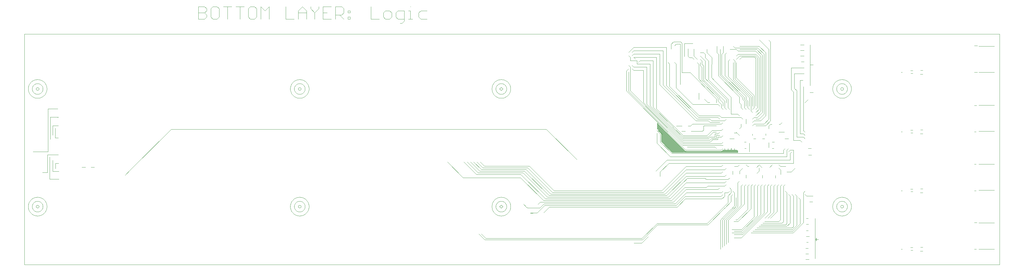
<source format=gbl>
*%FSLAX23Y23*%
*%MOIN*%
G01*
D11*
X4162Y5727D02*
X15879D01*
Y8502D02*
X4162D01*
Y5727D01*
X15879D02*
Y8502D01*
D13*
X12099Y6546D02*
X11993Y6440D01*
X12725Y6266D02*
X12851Y6392D01*
X12576Y6790D02*
X12371Y6790D01*
Y6751D02*
X12615Y6751D01*
X12654Y6392D02*
X12544Y6282D01*
X12564Y6278D02*
X12694Y6408D01*
X12095Y6656D02*
X11938Y6499D01*
X12576Y7696D02*
X12343Y7928D01*
X12304Y7924D02*
X12497Y7731D01*
X12753Y7747D02*
X12501Y7999D01*
X12521Y8007D02*
X12792Y7735D01*
X12812Y7739D02*
X12540Y8010D01*
X12580Y8003D02*
X12832Y7751D01*
X12871Y7739D02*
X12619Y7991D01*
X12717Y7975D02*
X12930Y7762D01*
X12910Y7751D02*
X12698Y7963D01*
X12678Y7955D02*
X12891Y7743D01*
X12477Y7723D02*
X12363Y7837D01*
X12450Y7947D02*
X12654Y7743D01*
X12595Y7715D02*
X12383Y7928D01*
X12324D02*
X12517Y7735D01*
X12615Y7719D02*
X12383Y7951D01*
X10525Y6617D02*
X10229Y6912D01*
X10210Y6892D02*
X10505Y6597D01*
X10485Y6577D02*
X10190Y6873D01*
X10170Y6853D02*
X10466Y6558D01*
X10399Y6499D02*
X10123Y6774D01*
X12993Y8432D02*
X13099Y8325D01*
X9631Y6853D02*
X9521Y6963D01*
X9481D02*
X9611Y6833D01*
X9592Y6814D02*
X9442Y6963D01*
X12265Y7936D02*
X12367Y7833D01*
X12107Y7105D02*
X11395Y7818D01*
X11422Y7814D02*
X12072Y7164D01*
X12076Y7184D02*
X11442Y7818D01*
X11950Y7329D02*
X12076Y7203D01*
X11950Y7329D02*
X11599Y7680D01*
X11639Y7660D02*
X12056Y7243D01*
X12048Y7270D02*
X11678Y7640D01*
X11954Y7384D02*
X12076Y7262D01*
X12072Y7286D02*
X11969Y7388D01*
X11958Y7381D02*
X11717Y7621D01*
X11757Y7601D02*
X11969Y7388D01*
X12229Y7459D02*
X11796Y7892D01*
X11836Y7888D02*
X12245Y7479D01*
X12261Y7499D02*
X11875Y7884D01*
X11914Y7873D02*
X12269Y7518D01*
X12194Y7656D02*
X11993Y7857D01*
X12162Y8038D02*
X12269Y7932D01*
X10446Y6538D02*
X10151Y6833D01*
X10127Y6814D02*
X10422Y6518D01*
X9434Y6774D02*
X9245Y6963D01*
X10434Y7357D02*
X10800Y6991D01*
X11761Y7188D02*
X11918Y7030D01*
X11942Y7066D02*
X11804Y7203D01*
X11886Y7310D02*
X12004Y7192D01*
X13048Y6345D02*
X12792Y6089D01*
X12777Y6050D02*
X13088Y6361D01*
X13009Y6329D02*
X12788Y6109D01*
X12784Y6129D02*
X12969Y6314D01*
X12930Y6298D02*
X12780Y6148D01*
X12662Y6329D02*
X12773Y6440D01*
X12812Y6455D02*
X12670Y6314D01*
X12737Y6247D02*
X12891Y6400D01*
X12733Y6424D02*
X12584Y6274D01*
X12111Y6869D02*
X11840Y6597D01*
X11859Y6577D02*
X12111Y6829D01*
Y6790D02*
X11879Y6558D01*
X11918Y6518D02*
X12111Y6711D01*
Y6633D02*
X11958Y6479D01*
X11981Y6459D02*
X12115Y6593D01*
X13418Y6129D02*
X13521Y6231D01*
X5926Y7357D02*
X5434Y6865D01*
X12375Y6207D02*
X12576Y6408D01*
X12536Y6392D02*
X12367Y6223D01*
X11765D02*
X11584Y6042D01*
X11820Y6617D02*
X12111Y6908D01*
Y6751D02*
X11899Y6538D01*
X11769Y6207D02*
X11588Y6026D01*
X11749Y6853D02*
X11883Y6987D01*
X11906Y6947D02*
X11800Y6841D01*
X11580Y5987D02*
X11568D01*
X11485D01*
X9698Y6026D02*
X9694D01*
X9698D02*
X11588D01*
X11584Y6042D02*
X9706D01*
X12690Y6050D02*
X12777D01*
X12375Y6207D02*
X11777D01*
X11765Y6223D02*
X12367D01*
X12662Y6109D02*
X12788D01*
X12780Y6148D02*
X12662D01*
X12690Y6089D02*
X12792D01*
X12784Y6129D02*
X12690D01*
X13032Y6227D02*
X13265D01*
X11777Y6207D02*
X11769D01*
X12891Y6109D02*
X13399D01*
X13395Y6129D02*
X12914D01*
X12938Y6148D02*
X13391D01*
X13387Y6168D02*
X12962D01*
X12985Y6188D02*
X13324D01*
X13308Y6207D02*
X13009D01*
X12725Y6266D02*
X12710D01*
X12686Y6247D02*
X12737D01*
X13056D02*
X13225D01*
X12005Y6420D02*
X10469D01*
X10324Y6349D02*
X10316D01*
X10308D01*
X10292D01*
X10355Y6408D02*
X10206D01*
X10241Y6349D02*
X10296D01*
X10273Y6345D02*
X10241D01*
X10414Y6440D02*
X11993D01*
X10525Y6459D02*
X10406D01*
X10513D02*
X11816D01*
X11808D02*
X11981D01*
X10434Y6479D02*
X10359D01*
X10426D02*
X11808D01*
X11784D02*
X11958D01*
X12103Y6518D02*
X12544D01*
X12529Y6546D02*
X12099D01*
X12576Y6593D02*
X12615D01*
X12536Y6593D02*
X12371D01*
X12379D02*
X12115D01*
X11753Y6617D02*
X10525D01*
X10505Y6597D02*
X11761D01*
X11769Y6577D02*
X10485D01*
X10466Y6558D02*
X11777D01*
X11800Y6499D02*
X10399D01*
X11737Y6617D02*
X11820D01*
X11840Y6597D02*
X11757D01*
X11761Y6577D02*
X11859D01*
X11879Y6558D02*
X11773D01*
Y6538D02*
X11899D01*
X11918Y6518D02*
X11777D01*
X11796Y6499D02*
X11938D01*
X11784Y6538D02*
X10446D01*
X10422Y6518D02*
X11792D01*
X12371Y6633D02*
X12497D01*
X12375D02*
X12111D01*
X12095Y6656D02*
X12355D01*
X12371Y6672D02*
X12576D01*
Y6711D02*
X12371D01*
X12379Y6790D02*
X12111D01*
Y6711D02*
X12379D01*
X12355Y6751D02*
X12615D01*
X10127Y6814D02*
X9973D01*
X9946Y6774D02*
X10123D01*
X10005Y6814D02*
X9592D01*
X12111Y6751D02*
X12115D01*
X12127Y6766D02*
X12340D01*
X9985Y6774D02*
X9434D01*
X12371Y6829D02*
X12536D01*
X12375D02*
X12111D01*
X10170Y6853D02*
X10021D01*
X10009Y6833D02*
X10151D01*
X10044Y6853D02*
X9631D01*
X9611Y6833D02*
X10025D01*
X12371Y6869D02*
X12576D01*
X12375D02*
X12111D01*
Y6908D02*
X12371D01*
X12363Y6987D02*
X13363D01*
X13403Y6947D02*
X12363D01*
X12371Y6908D02*
X12536D01*
X12375Y6987D02*
X12111D01*
X10229Y6912D02*
X10099D01*
X10056Y6892D02*
X10210D01*
X10190Y6873D02*
X10064D01*
X10103Y6912D02*
X9690D01*
X9670Y6892D02*
X10084D01*
X10064Y6873D02*
X9651D01*
X12111Y6947D02*
X12371D01*
X12123Y6987D02*
X11883D01*
X11906Y6947D02*
X12115D01*
X12363Y7026D02*
X12540D01*
X12529D02*
X13324D01*
X12375D02*
X12111D01*
X12115D02*
X11922D01*
X5434Y6865D02*
X5371Y6802D01*
X11947Y7077D02*
X11962D01*
X12084D02*
X12088D01*
X12351D02*
X12391D01*
X12469Y7093D02*
X12509D01*
X12383D02*
X12351D01*
X12123Y7077D02*
X12111D01*
X12099D01*
X12088D01*
X12099Y7066D02*
X12111D01*
X12363D02*
X13284D01*
X12379D02*
X12111D01*
X12099D02*
X12095D01*
X12099D02*
X11950D01*
X11942D01*
X12383Y7184D02*
X12536D01*
X12556Y7164D02*
X12371D01*
X12363Y7105D02*
X12497D01*
X13363D02*
X13403D01*
X12536D02*
X12481D01*
X12458Y7144D02*
X12127D01*
X12088Y7164D02*
X12379D01*
X12387Y7184D02*
X12095D01*
X12221Y7203D02*
X12403D01*
X12371Y7105D02*
X12107D01*
X12095Y7164D02*
X12072D01*
X12076Y7184D02*
X12099D01*
X12076Y7203D02*
X12229D01*
X12693Y7125D02*
X12694D01*
X12655D02*
X12654D01*
X12616D02*
X12615D01*
X12576D02*
X12575D01*
X12084Y7077D02*
X11962D01*
X12081D02*
X12084D01*
X12112Y7093D02*
X12351D01*
X12112D02*
X12102D01*
X12095D01*
X12092D01*
X12123Y7077D02*
X12351D01*
X12099D02*
X12096D01*
X12541Y7093D02*
X12548D01*
X12541D02*
X12531D01*
X12509D01*
X12469D02*
X12466D01*
X12391Y7077D02*
X12734D01*
X12351D02*
X12348D01*
X12383Y7093D02*
X12469D01*
X12351D02*
X12348D01*
X12088Y7077D02*
X12085D01*
X12553Y7105D02*
X12566D01*
X12586D02*
X12605D01*
X12625D02*
X12644D01*
X12665D02*
X12684D01*
X12704D02*
X12723D01*
X11984Y7212D02*
X11816D01*
X11817Y7207D02*
X11989D01*
X11994Y7202D02*
X11822D01*
X11827Y7197D02*
X11999D01*
X12004Y7192D02*
X11832D01*
X11837Y7187D02*
X12009D01*
X12014Y7182D02*
X11842D01*
X11847Y7177D02*
X12019D01*
X12024Y7172D02*
X11852D01*
X11857Y7167D02*
X12029D01*
X12034Y7162D02*
X11862D01*
X11867Y7157D02*
X12039D01*
X12044Y7152D02*
X11872D01*
X11877Y7147D02*
X12049D01*
X12054Y7142D02*
X11882D01*
X11887Y7137D02*
X12059D01*
X12064Y7132D02*
X11892D01*
X11897Y7127D02*
X12069D01*
X12074Y7122D02*
X11902D01*
X11907Y7117D02*
X12079D01*
X12084Y7112D02*
X11912D01*
X12694Y7107D02*
X12702D01*
X12693D02*
X12685D01*
X12663D02*
X12655D01*
X12654D02*
X12646D01*
X12623D02*
X12616D01*
X12615D02*
X12607D01*
X12584D02*
X12576D01*
X12575D02*
X12567D01*
X12089D02*
X11917D01*
X11922Y7102D02*
X12094D01*
X12548Y7097D02*
X12734D01*
X12095D02*
X11927D01*
X12548Y7092D02*
X12734D01*
X12548D02*
X12540D01*
X12533D01*
X12509D01*
X12469D01*
X12383D01*
X12351D01*
X12111D01*
X12104D01*
X12095D01*
X11932D01*
X12548Y7087D02*
X12734D01*
X12548D02*
X12509D01*
X12469D01*
X12383D01*
X12351D01*
X12095D01*
X11937D01*
X12391Y7082D02*
X12734D01*
X12391D02*
X12351D01*
X12123D01*
X12111D01*
X12099D01*
X12088D01*
X12084D02*
X11962D01*
X11942D01*
X12550Y7102D02*
X12734D01*
X12080Y7227D02*
X12072D01*
X12076Y7247D02*
X12261D01*
X13458Y7223D02*
X13481D01*
X13462D02*
X13403D01*
X12383Y7247D02*
X12261D01*
X12430D02*
X12477D01*
X12493Y7231D02*
X12430D01*
Y7247D02*
X12422D01*
X12418D01*
X12399Y7227D02*
X12080D01*
X12076Y7247D02*
X12072D01*
X11949Y7247D02*
X11816D01*
Y7242D02*
X11954D01*
X11959Y7237D02*
X11816D01*
Y7232D02*
X11964D01*
X11969Y7227D02*
X11816D01*
Y7222D02*
X11974D01*
X11979Y7217D02*
X11816D01*
X13481Y7262D02*
X13521D01*
X13489D02*
X13442D01*
X12406D02*
X12399D01*
X12406D02*
X12434D01*
X12418D02*
X12458D01*
X12379D02*
X12269D01*
X12493D02*
X12536D01*
X12273D02*
X12076D01*
X11934Y7262D02*
X11816D01*
Y7257D02*
X11939D01*
X11944Y7252D02*
X11816D01*
X13481Y7302D02*
X13521D01*
X12497D02*
X12458D01*
X12426Y7341D02*
X12493D01*
X12477Y7321D02*
X12438D01*
X12477Y7400D02*
X12336D01*
X12981Y7400D02*
X13068D01*
X13009D02*
X12950D01*
X12517Y7282D02*
X12477D01*
X12462Y7341D02*
X12536D01*
X6095Y7357D02*
X5926D01*
X6095D02*
X9584D01*
X10182D01*
X12280Y7278D02*
X12363D01*
X12340Y7400D02*
X12328D01*
X12064Y7396D02*
X11997D01*
X12060Y7333D02*
X12103D01*
X12080Y7278D02*
X12308D01*
X12166Y7396D02*
X12135D01*
X12174Y7333D02*
X12308D01*
X10410Y7357D02*
X10182D01*
X10399D02*
X10434D01*
X11809Y7310D02*
X11816D01*
X11770Y7360D02*
X11765D01*
Y7407D02*
X11789D01*
X11794Y7402D02*
X11765D01*
Y7397D02*
X11799D01*
X11804Y7392D02*
X11765D01*
Y7387D02*
X11809D01*
X11814Y7382D02*
X11765D01*
Y7377D02*
X11819D01*
X11824Y7372D02*
X11765D01*
Y7367D02*
X11829D01*
X11834Y7362D02*
X11765D01*
X11780Y7357D02*
X11839D01*
X11780D02*
X11774D01*
X11780Y7352D02*
X11844D01*
X11849Y7347D02*
X11780D01*
Y7342D02*
X11854D01*
X11859Y7337D02*
X11782D01*
X11787Y7332D02*
X11864D01*
X11869Y7327D02*
X11792D01*
X11797Y7322D02*
X11874D01*
X11879Y7317D02*
X11816D01*
X11802D01*
X11816Y7312D02*
X11884D01*
X11816D02*
X11807D01*
X11816Y7307D02*
X11889D01*
X11894Y7302D02*
X11817D01*
X11820Y7297D02*
X11899D01*
X11904Y7292D02*
X11816D01*
Y7287D02*
X11909D01*
X11914Y7282D02*
X11816D01*
Y7277D02*
X11919D01*
X11924Y7272D02*
X11816D01*
Y7267D02*
X11929D01*
X12399Y7440D02*
X12517D01*
X12536Y7420D02*
X12340D01*
X12985D02*
X13048D01*
X13009D02*
X12930D01*
X12351D02*
X12288D01*
X12296D02*
X12190D01*
X11774Y7422D02*
X11765D01*
Y7417D02*
X11779D01*
X11784Y7412D02*
X11765D01*
X12536Y7499D02*
X12773D01*
X12379Y7459D02*
X12277D01*
X12930D02*
X13009D01*
X12989Y7479D02*
X12950D01*
X12969Y7499D02*
X12930D01*
Y7459D02*
X13009D01*
X12517Y7518D02*
X12316D01*
Y7499D02*
X12497D01*
X12399Y7479D02*
X12316D01*
X12654Y7538D02*
X12733D01*
X12355Y7459D02*
X12316D01*
X12280D02*
X12229D01*
X12245Y7479D02*
X12328D01*
X12320Y7499D02*
X12261D01*
X12269Y7518D02*
X12320D01*
X12418Y7459D02*
X12576D01*
X12497Y7656D02*
X12383D01*
X12395D02*
X12237D01*
X12249D02*
X12194D01*
X12162Y8038D02*
X12064D01*
X11717Y8184D02*
X11560D01*
X11521Y8184D02*
X11442D01*
X11521Y8144D02*
X11678D01*
X11639Y8105D02*
X11481D01*
Y8066D02*
X11599D01*
X12151Y8219D02*
X12186D01*
X12918Y8227D02*
X12934D01*
X12918D02*
X12784D01*
X11757Y8223D02*
X11481D01*
X12903Y8239D02*
X12946D01*
X12903D02*
X12757D01*
X12324Y8278D02*
X12320D01*
X12284D01*
X12922Y8357D02*
X12989D01*
X12973Y8337D02*
X12930D01*
X12942Y8318D02*
X12958D01*
X12922Y8357D02*
X12800D01*
X12777Y8337D02*
X12934D01*
X12942Y8318D02*
X12784D01*
X12934Y8298D02*
X12946D01*
X12934D02*
X12887D01*
X12899Y8258D02*
X12950D01*
X12903Y8258D02*
X12737D01*
Y8298D02*
X12796D01*
X12717Y8318D02*
X12639D01*
X12757D02*
X12796D01*
Y8337D02*
X12698D01*
X12757Y8357D02*
X12824D01*
X12682Y8318D02*
X12639D01*
X12777Y8298D02*
X12891D01*
X12044Y8384D02*
X11997D01*
X11875Y8341D02*
X11481D01*
Y8302D02*
X11836D01*
X11796Y8262D02*
X11481D01*
X11485D01*
X12092Y8388D02*
X12127D01*
X12194D01*
X12048Y8408D02*
X11962D01*
X9651Y6873D02*
X9560Y6963D01*
X9623Y6097D02*
X9694Y6026D01*
X9706Y6042D02*
X9651Y6097D01*
X9690Y6912D02*
X9639Y6963D01*
X9599Y6963D02*
X9670Y6892D01*
X10158Y6455D02*
X10194Y6420D01*
X10206Y6408D01*
X10324Y6349D02*
X10414Y6440D01*
X10359Y6479D02*
X10332Y6451D01*
X10355Y6408D02*
X10406Y6459D01*
X10469Y6420D02*
X10403Y6353D01*
X11442Y7940D02*
Y8105D01*
X11422Y8046D02*
Y7944D01*
X11395D02*
Y8058D01*
X11442Y8184D02*
Y8223D01*
X11395Y7947D02*
Y7861D01*
Y7818D01*
X11422Y7829D02*
Y7987D01*
X11442Y7951D02*
Y7841D01*
Y7837D01*
X11422D02*
Y7814D01*
X11442Y7818D02*
Y7841D01*
X11481Y8105D02*
X11462Y8125D01*
Y8085D02*
X11481Y8066D01*
X11442Y8105D02*
X11422Y8125D01*
X11442Y8223D02*
X11422Y8243D01*
X11481Y8223D02*
X11501Y8203D01*
X11422Y8282D02*
X11477Y8337D01*
X11481Y8341D01*
Y8302D02*
X11462Y8282D01*
X11481Y8262D02*
X11462Y8243D01*
X11422Y8085D02*
X11403Y8066D01*
X11395Y8058D01*
X11521Y8144D02*
Y8184D01*
X11678Y8144D02*
Y7920D01*
X11639Y7936D02*
Y8105D01*
X11599Y8066D02*
Y7940D01*
Y7959D02*
Y7825D01*
Y7837D02*
Y7680D01*
X11639Y7660D02*
Y7944D01*
X11678Y7928D02*
Y7640D01*
X11658Y6066D02*
X11580Y5987D01*
X11540Y8164D02*
X11560Y8184D01*
X11717D02*
Y7940D01*
Y7947D02*
Y7636D01*
Y7633D01*
Y7625D01*
Y7621D01*
X11875Y7916D02*
Y8341D01*
X11836Y8302D02*
Y7920D01*
X11796Y7928D02*
Y8262D01*
X11757Y8223D02*
Y7947D01*
Y7951D02*
Y7696D01*
Y7605D01*
Y7601D01*
X11796Y7892D02*
Y7963D01*
X11836Y7924D02*
Y7888D01*
X11875Y7884D02*
Y7936D01*
X11761Y7310D02*
Y7188D01*
X11804Y7203D02*
Y7298D01*
X11800Y6841D02*
Y6790D01*
X11765Y7360D02*
Y7431D01*
X11816Y7310D02*
Y7303D01*
Y7301D01*
Y7293D01*
Y7208D01*
X11780Y7339D02*
Y7351D01*
X11801Y7318D02*
X11804Y7315D01*
X11809Y7310D01*
X11792Y7326D02*
X11784Y7334D01*
X11792Y7326D02*
X11797Y7321D01*
X11800Y7318D01*
X11801Y7318D01*
X11784Y7334D02*
X11780Y7338D01*
X11914Y8144D02*
X11895Y8164D01*
X11761Y7341D02*
X11780Y7321D01*
X11784Y7318D01*
X11800Y7302D01*
X11804Y7298D01*
X11809Y7310D02*
X11816Y7303D01*
X11817Y7302D01*
X11821Y7298D01*
X11817Y7302D02*
X11809Y7310D01*
X11780Y7338D02*
X11780Y7339D01*
X11784Y7334D02*
X11797Y7322D01*
X11797Y7321D01*
X11816Y7208D02*
X11833Y7192D01*
X11930Y7094D01*
X11780Y7415D02*
X11765Y7431D01*
X11780Y7415D02*
X11792Y7403D01*
X11804Y7391D01*
X11816Y7380D01*
X11835Y7360D01*
X11874Y7322D02*
X11886Y7310D01*
X11780Y7351D02*
X11770Y7360D01*
X11821Y7298D02*
X11816Y7293D01*
X11914Y7912D02*
Y8144D01*
Y7924D02*
Y7873D01*
X12092Y8231D02*
Y8388D01*
X11993Y8144D02*
Y7900D01*
Y7904D02*
Y7857D01*
X12044Y7896D02*
Y8384D01*
X11934Y8365D02*
Y8321D01*
Y8365D02*
Y8381D01*
X12064Y8392D02*
Y8038D01*
X12095Y7100D02*
Y7093D01*
X12064Y8392D02*
X12060Y8396D01*
X11918Y7030D02*
X11922Y7026D01*
X11993Y8144D02*
X11973Y8164D01*
X12056Y7243D02*
X12072Y7227D01*
Y7247D02*
X12048Y7270D01*
X12072Y7286D02*
X12076Y7282D01*
X12080Y7278D01*
X12060Y8396D02*
X12048Y8408D01*
X11930Y7094D02*
X11938Y7086D01*
X11947Y7077D01*
X12004Y7192D02*
X12079Y7117D01*
X12087Y7109D01*
X12095Y7100D01*
X12102Y7093D01*
X12107Y7088D01*
X12103Y6518D02*
X12005Y6420D01*
X11973Y8361D02*
X11997Y8384D01*
X11962Y8408D02*
X11934Y8381D01*
X12127Y6766D02*
X12088Y6727D01*
X12135Y8235D02*
Y8325D01*
X12284Y8160D02*
Y8121D01*
X12206Y8239D02*
Y8321D01*
X12265Y7987D02*
Y7963D01*
Y7967D02*
Y8140D01*
Y7963D02*
X12304Y7924D01*
X12151Y8219D02*
X12135Y8235D01*
X12284Y8239D02*
X12343Y8180D01*
X12304D02*
X12284Y8199D01*
Y8121D02*
X12304Y8101D01*
X12265Y8140D02*
X12245Y8160D01*
Y8199D02*
X12206Y8239D01*
X12186Y8219D02*
X12206Y8199D01*
X12112Y7093D02*
X12107Y7088D01*
X12166Y7396D02*
X12190Y7420D01*
X12304Y8140D02*
Y8180D01*
X12304Y8101D02*
Y7955D01*
Y7947D02*
Y7967D01*
X12383Y7963D02*
Y7951D01*
X12458Y7302D02*
Y7262D01*
X12477Y7676D02*
Y7723D01*
Y7282D02*
Y7247D01*
X12493Y7231D02*
Y7262D01*
X12324Y7349D02*
Y7396D01*
X12422Y8180D02*
Y8219D01*
Y8211D02*
Y8140D01*
X12383Y8010D02*
Y7955D01*
X12343Y8219D02*
Y8258D01*
X12324Y8121D02*
Y7959D01*
X12363Y8278D02*
Y8318D01*
X12481Y8278D02*
Y8357D01*
X12481D02*
Y8278D01*
X12418Y8136D02*
Y7979D01*
X12383Y7995D02*
Y8180D01*
X12343D02*
Y7967D01*
X12324D02*
Y7947D01*
X12304D02*
X12324Y7928D01*
Y8121D02*
X12304Y8140D01*
X12343Y7967D02*
X12383Y7928D01*
X12343D02*
X12324Y7947D01*
X12340Y6766D02*
X12355Y6751D01*
X12418Y7459D02*
X12399Y7479D01*
X12379Y7459D02*
X12399Y7440D01*
X12458Y7144D02*
X12477Y7125D01*
X12422Y8219D02*
X12375Y8266D01*
X12355Y8207D02*
X12383Y8180D01*
X12359Y8203D02*
X12343Y8219D01*
Y8258D02*
X12324Y8278D01*
X12379Y8262D02*
X12383Y8258D01*
X12379Y8262D02*
X12363Y8278D01*
X12481D02*
X12501Y8258D01*
X12501D02*
X12481Y8278D01*
X12418Y7979D02*
X12454Y7944D01*
X12324Y7349D02*
X12320Y7345D01*
X12324Y7349D02*
X12308Y7333D01*
X12363Y7278D02*
X12367Y7282D01*
X12371Y6672D02*
X12355Y6656D01*
X12383Y7247D02*
X12399Y7262D01*
X12367Y7282D02*
X12426Y7341D01*
X12395Y7278D02*
X12379Y7262D01*
X12395Y7278D02*
X12438Y7321D01*
X12430Y7231D02*
X12418Y7219D01*
X12403Y7203D01*
X12399Y7227D02*
X12418Y7247D01*
X12324Y7396D02*
X12328Y7400D01*
X12418Y8136D02*
X12422Y8140D01*
X12595Y7715D02*
Y7676D01*
X12501Y7999D02*
Y8258D01*
X12517Y7735D02*
Y7715D01*
X12497Y7731D02*
Y7696D01*
X12521Y8007D02*
Y8318D01*
X12540Y8258D02*
Y8010D01*
X12580Y8003D02*
Y8258D01*
X12619Y8180D02*
Y7991D01*
X12678Y7955D02*
Y8160D01*
X12654Y6530D02*
Y6487D01*
X12615Y6471D02*
Y6538D01*
Y7633D02*
Y7696D01*
Y7656D02*
Y7617D01*
X12576D02*
Y7696D01*
X12536Y7656D02*
Y7617D01*
X12556Y7636D02*
Y7676D01*
X12654Y7743D02*
Y7538D01*
Y6554D02*
Y6514D01*
Y6593D02*
Y6633D01*
X12615Y6554D02*
Y6518D01*
Y7715D02*
Y7719D01*
Y7676D01*
X12560Y8278D02*
Y8357D01*
X12560D02*
Y8278D01*
X12525Y6258D02*
Y5912D01*
Y6258D02*
Y6262D01*
X12548Y6258D02*
Y5936D01*
Y6258D02*
Y6262D01*
X12595Y6258D02*
Y5971D01*
Y6258D02*
Y6262D01*
X12619D02*
Y5991D01*
X12572Y5951D02*
Y6262D01*
X12548Y7093D02*
Y7100D01*
X12575Y7115D02*
Y7125D01*
X12576D02*
Y7115D01*
X12615D02*
Y7125D01*
X12616D02*
Y7115D01*
X12654D02*
Y7125D01*
X12655D02*
Y7115D01*
X12517Y7479D02*
X12497Y7499D01*
X12576Y6593D02*
X12576Y6550D01*
X12698Y8180D02*
X12678Y8199D01*
X12517Y7518D02*
X12536Y7499D01*
X12556Y7676D02*
X12517Y7715D01*
X12497Y7696D02*
X12536Y7656D01*
X12517Y7636D02*
X12497Y7656D01*
X12615Y7617D02*
X12635Y7597D01*
X12595D02*
X12576Y7617D01*
X12556Y7597D02*
X12536Y7617D01*
X12635Y6652D02*
X12654Y6633D01*
X12674Y6613D02*
X12694Y6593D01*
X12698Y8337D02*
X12678Y8357D01*
X12531Y7093D02*
X12536Y7088D01*
X12576Y7115D02*
X12586Y7105D01*
X12616Y7115D02*
X12625Y7105D01*
X12655Y7115D02*
X12665Y7105D01*
X12619Y8180D02*
X12639Y8199D01*
X12517Y7321D02*
X12497Y7302D01*
X12517Y6652D02*
X12497Y6633D01*
X12694Y6432D02*
X12651Y6388D01*
X12572Y6404D02*
X12654Y6487D01*
X12615Y6471D02*
X12532Y6388D01*
X12572Y6546D02*
X12576Y6550D01*
X12572Y6546D02*
X12544Y6518D01*
X12529Y6546D02*
X12536Y6554D01*
X12576Y6672D02*
X12595Y6692D01*
X12576Y6711D02*
X12595Y6731D01*
X12615Y6751D02*
X12635Y6770D01*
X12595Y6810D02*
X12576Y6790D01*
X12536Y6829D02*
X12540Y6833D01*
X12556Y6849D01*
X12576Y6869D02*
X12595Y6888D01*
X12556Y6928D02*
X12536Y6908D01*
X12536Y7184D02*
X12556Y7203D01*
X12536Y7420D02*
X12556Y7440D01*
X12556Y7282D02*
X12536Y7262D01*
X12536Y7341D02*
X12556Y7361D01*
Y7125D02*
X12536Y7105D01*
X12556Y6613D02*
X12536Y6593D01*
X12556Y6573D02*
X12536Y6554D01*
X12615Y6593D02*
X12635Y6613D01*
X12674Y6573D02*
X12654Y6554D01*
Y6593D02*
X12615Y6554D01*
X12714Y6428D02*
X12686Y6400D01*
X12540Y8258D02*
X12560Y8278D01*
X12580Y8258D02*
X12599Y8278D01*
X12560D02*
X12540Y8258D01*
X12580D02*
X12599Y8278D01*
X12662Y6329D02*
X12603Y6270D01*
X12623Y6266D02*
X12670Y6314D01*
X12548Y6286D02*
X12525Y6262D01*
X12548D02*
X12568Y6282D01*
X12576Y6266D02*
X12588Y6278D01*
X12580Y6270D02*
X12572Y6262D01*
X12595D02*
X12607Y6274D01*
X12619Y6262D02*
X12627Y6270D01*
X12575Y7459D02*
X12595Y7479D01*
X12553Y7105D02*
X12548Y7100D01*
X12541Y7093D01*
X12537Y7089D01*
X12536Y7088D01*
X12566Y7105D02*
X12575Y7115D01*
X12605Y7105D02*
X12615Y7115D01*
X12644Y7105D02*
X12654Y7115D01*
X12684Y7105D02*
X12693Y7115D01*
X12698Y7963D02*
Y8129D01*
X12694Y6542D02*
Y6432D01*
Y6518D02*
Y6593D01*
X12698Y8121D02*
Y8180D01*
X12693Y7125D02*
Y7115D01*
X12694D02*
Y7125D01*
X12717Y7975D02*
Y8022D01*
X12851Y6672D02*
Y6392D01*
X12773Y6440D02*
Y6672D01*
X12733Y6711D02*
Y6424D01*
X12812Y6455D02*
Y6672D01*
X12714Y6534D02*
Y6447D01*
X12792Y7715D02*
Y7735D01*
X12812Y7696D02*
Y7692D01*
Y7656D01*
Y7715D02*
Y7739D01*
X12832Y7696D02*
Y7692D01*
Y7668D01*
Y7676D01*
X12753D02*
Y7747D01*
X12773Y7656D02*
Y7617D01*
X12812D02*
Y7656D01*
X12832Y7648D02*
Y7676D01*
Y7648D02*
Y7636D01*
X12832Y7715D02*
Y7751D01*
X12851Y7696D02*
Y7617D01*
X12871Y7636D02*
Y7739D01*
X12851Y6546D02*
Y6392D01*
X12714Y6428D02*
Y6455D01*
X12717Y8010D02*
Y8160D01*
X12734Y7095D02*
Y7077D01*
X12704Y7105D02*
X12694Y7115D01*
X12792Y7479D02*
X12773Y7499D01*
X12812Y7696D02*
X12792Y7715D01*
X12812Y7715D02*
X12832Y7696D01*
X12773Y7656D02*
X12753Y7676D01*
X12773Y7617D02*
X12792Y7597D01*
X12812Y7617D02*
X12832Y7597D01*
X12851Y7696D02*
X12832Y7715D01*
X12851Y7617D02*
X12871Y7597D01*
X12753Y7518D02*
X12733Y7538D01*
X12737Y8298D02*
X12717Y8318D01*
X12871Y6692D02*
X12851Y6672D01*
X12792Y6692D02*
X12773Y6672D01*
X12733Y6711D02*
X12753Y6731D01*
X12812Y6672D02*
X12832Y6692D01*
X12717Y8239D02*
X12737Y8258D01*
X12757Y8239D02*
X12717Y8199D01*
X12757D02*
X12784Y8227D01*
X12737Y8258D02*
X12717Y8239D01*
X12891Y6404D02*
Y6400D01*
X12891Y6652D02*
Y6672D01*
X12891Y6672D02*
Y6404D01*
Y7735D02*
Y7743D01*
X12891Y7739D02*
Y7577D01*
X12891Y6546D02*
Y6400D01*
X13048Y6530D02*
Y6546D01*
Y6672D01*
X13009Y6672D02*
Y6507D01*
X12969Y6522D02*
Y6672D01*
X12930Y6672D02*
Y6298D01*
X13068Y7758D02*
Y8188D01*
X13048Y8192D02*
Y7758D01*
X13029Y7766D02*
Y8192D01*
X13009Y8196D02*
Y7762D01*
X12989Y7751D02*
Y8199D01*
X12969Y8203D02*
Y7755D01*
X12950Y7719D02*
Y8203D01*
X13068Y7762D02*
Y7518D01*
X13048Y7538D02*
Y7770D01*
X13029Y7774D02*
Y7558D01*
X13009Y7577D02*
Y7774D01*
X12989Y7770D02*
Y7597D01*
X12969Y7617D02*
Y7774D01*
X12950D02*
Y7636D01*
X12930Y7751D02*
Y7762D01*
Y7751D02*
Y7747D01*
X12910D02*
Y7751D01*
X12930Y7747D02*
Y7617D01*
X12910Y7636D02*
Y7751D01*
X12969Y6546D02*
Y6314D01*
X12930Y6298D02*
Y6546D01*
X13048D02*
Y6345D01*
X13009Y6329D02*
Y6546D01*
X13068Y8176D02*
Y8278D01*
X13048Y8262D02*
Y8160D01*
X13029Y8168D02*
Y8247D01*
X13009Y8235D02*
Y8188D01*
X12989D02*
Y8219D01*
X12969Y8215D02*
Y8184D01*
X12950Y8176D02*
Y8211D01*
X12891Y7577D02*
X12910Y7558D01*
X13068Y8278D02*
X12989Y8357D01*
X12973Y8337D02*
X13048Y8262D01*
X13029Y8247D02*
X12958Y8318D01*
X12946Y8298D02*
X13009Y8235D01*
X12989Y8219D02*
X12950Y8258D01*
X12946Y8239D02*
X12969Y8215D01*
X12950Y8211D02*
X12934Y8227D01*
X12930Y7617D02*
X12910Y7597D01*
X12930Y7499D02*
X12910Y7479D01*
Y6692D02*
X12891Y6672D01*
X13048Y6672D02*
X13068Y6692D01*
X13029D02*
X13009Y6672D01*
X12989Y6692D02*
X12969Y6672D01*
X12950Y6692D02*
X12930Y6672D01*
X13068Y7400D02*
X13127Y7459D01*
X13107Y7479D02*
X13048Y7420D01*
X13009Y7459D02*
X13068Y7518D01*
X12930Y7459D02*
X12910Y7440D01*
X13040Y7530D02*
X13048Y7538D01*
X13044Y7534D02*
X12989Y7479D01*
X12969Y7499D02*
X13029Y7558D01*
X13009Y7577D02*
X12950Y7518D01*
Y7558D02*
X12989Y7597D01*
X12969Y7617D02*
X12950Y7597D01*
X12930Y7459D02*
X12910Y7440D01*
X12930Y7420D02*
X12910Y7400D01*
X13127Y6353D02*
X13060Y6286D01*
X13088Y6526D02*
Y6672D01*
X13088Y6546D02*
Y6361D01*
X13107Y8223D02*
Y8318D01*
X13245Y6672D02*
Y6530D01*
X13206Y6538D02*
Y6672D01*
X13166Y6672D02*
Y6526D01*
X13127Y6538D02*
Y6672D01*
X13107Y7479D02*
Y8223D01*
X13127Y8176D02*
Y7774D01*
X13107Y7751D02*
Y8180D01*
X13127Y7782D02*
Y7459D01*
X13107Y7479D02*
Y7755D01*
X13166Y6546D02*
Y6357D01*
X13206Y6369D02*
Y6546D01*
X13245D02*
Y6266D01*
X13127Y6353D02*
Y6546D01*
Y8357D02*
Y8408D01*
Y8392D02*
Y8160D01*
X13206Y6377D02*
Y6365D01*
X13166Y6672D02*
X13186Y6692D01*
X13107Y8318D02*
X13095Y8329D01*
X13127Y8408D02*
X13107Y8428D01*
X13166Y6357D02*
X13095Y6286D01*
X13088Y6672D02*
X13107Y6692D01*
X13284Y6247D02*
X13265Y6227D01*
X13245Y6266D02*
X13225Y6247D01*
X13245Y6672D02*
X13265Y6692D01*
X13225Y6692D02*
X13206Y6672D01*
X13147Y6692D02*
X13127Y6672D01*
X13206Y6365D02*
X13127Y6286D01*
X13284Y6518D02*
Y6672D01*
X13284Y6546D02*
Y6247D01*
Y7066D02*
Y7105D01*
X13442Y7262D02*
Y7711D01*
X13403D02*
Y7223D01*
X13442Y6554D02*
Y6534D01*
X13403Y6530D02*
Y6554D01*
X13363D02*
Y6530D01*
Y7026D02*
Y7066D01*
Y7026D02*
Y6987D01*
X13403Y6947D02*
Y7066D01*
Y7034D02*
Y7105D01*
X13324D02*
Y7046D01*
Y7026D02*
Y7073D01*
X13363Y6546D02*
Y6227D01*
X13324Y6223D02*
Y6546D01*
X13403D02*
Y6184D01*
X13324Y6546D02*
Y6593D01*
X13442Y6546D02*
Y6199D01*
X13403Y6184D02*
X13387Y6168D01*
X13481Y6514D02*
X13462Y6534D01*
X13442Y6554D02*
X13422Y6573D01*
X13403Y6554D02*
X13383Y6573D01*
X13363Y6554D02*
X13343Y6573D01*
X13324Y6593D02*
X13304Y6613D01*
X13284Y6672D02*
X13304Y6692D01*
X13284Y7105D02*
X13304Y7125D01*
X13363Y6227D02*
X13324Y6188D01*
X13308Y6207D02*
X13324Y6223D01*
X13391Y6148D02*
X13442Y6199D01*
X13481Y6215D02*
X13395Y6129D01*
X13324Y7105D02*
X13343Y7125D01*
X13383Y7085D02*
X13363Y7066D01*
X13343Y7085D02*
X13363Y7105D01*
X13418Y6129D02*
X13399Y6109D01*
X13481Y7302D02*
Y7696D01*
Y7321D02*
Y7302D01*
Y6514D02*
Y6215D01*
X13521Y7341D02*
Y7510D01*
Y7499D02*
Y7707D01*
Y6593D02*
Y6542D01*
Y6546D02*
Y6231D01*
X13501Y7203D02*
X13481Y7223D01*
X13525Y7337D02*
X13521Y7341D01*
X13525Y7337D02*
X13540Y7321D01*
X13521Y7302D02*
X13540Y7282D01*
X13521Y7262D02*
X13540Y7243D01*
X13540Y6613D02*
X13521Y6593D01*
X13678Y6045D02*
Y6016D01*
X13674Y6012D02*
Y6047D01*
D15*
X4466Y6755D02*
Y7022D01*
X4438Y7050D02*
Y6837D01*
X4446Y7085D02*
Y7601D01*
X4473Y7503D02*
Y7235D01*
X4501Y6983D02*
Y6849D01*
X4536Y6884D02*
Y6947D01*
X4532Y7251D02*
Y7255D01*
Y7258D01*
Y7369D01*
X4501Y7400D02*
Y7286D01*
X4564Y7499D02*
X4568Y7503D01*
X4576Y6755D02*
X4466D01*
X4501Y6849D02*
X4576D01*
X4438Y6837D02*
X4379D01*
X4851Y6900D02*
X4895D01*
X4962D02*
X5001D01*
X4572Y6947D02*
X4536D01*
X4568Y7050D02*
X4454D01*
X4458D02*
X4438D01*
X4442Y7085D02*
X4446D01*
X4265D01*
X4532Y7251D02*
X4568D01*
Y7400D02*
X4501D01*
X4477Y7601D02*
X4564D01*
X4568Y7503D02*
X4473D01*
X4481Y7601D02*
X4446D01*
D16*
X14930Y5936D02*
X14957D01*
Y5888D02*
X14926D01*
X14835Y5932D02*
X14808D01*
X14812Y5900D02*
X14835D01*
D17*
X13631Y6483D02*
X13595D01*
X13560Y6554D02*
X13635D01*
X13375Y6841D02*
X13324D01*
X12733Y6908D02*
X12694D01*
X13245D02*
X13308D01*
X12867D02*
X12851D01*
X13584Y7046D02*
X13619D01*
X13166Y7125D02*
X13147D01*
Y7203D02*
X13174D01*
X12832Y7125D02*
X12816D01*
X12812Y7203D02*
X12832D01*
X13580Y7125D02*
X13615D01*
X13343Y7243D02*
X13300D01*
X12690D02*
X12635D01*
X13029D02*
X13056D01*
X12950D02*
X12922D01*
X13225Y7321D02*
X13292D01*
X12721Y7314D02*
X12690D01*
X13229Y7416D02*
X13241D01*
X13143Y7416D02*
X13127D01*
X13599Y7798D02*
X13639D01*
X12395Y7680D02*
X12371D01*
X12265Y7715D02*
Y7794D01*
X12332Y7719D02*
X12371Y7680D01*
X12674Y6853D02*
Y6814D01*
X12757Y6818D02*
Y6853D01*
X12832Y6806D02*
Y6770D01*
Y7424D02*
Y7479D01*
X12773Y7420D02*
Y7381D01*
X12871Y7113D02*
Y7085D01*
Y7117D02*
Y7188D01*
X12725Y7310D02*
X12714Y7321D01*
X12721Y7314D02*
X12753Y7282D01*
X12832Y6928D02*
X12851Y6908D01*
X12753Y6928D02*
X12733Y6908D01*
X12757Y6853D02*
X12792Y6888D01*
X12753Y7361D02*
X12773Y7381D01*
X12989Y6888D02*
Y6853D01*
X13029Y6802D02*
Y6770D01*
X13068Y7282D02*
Y7302D01*
X12910Y7298D02*
Y7282D01*
X12989Y6928D02*
X13021Y6896D01*
X12989Y6853D02*
X12962Y6825D01*
X12958Y6896D02*
X12989Y6928D01*
X13249Y6865D02*
Y6814D01*
X13186Y6798D02*
Y6770D01*
X13107Y7361D02*
Y7396D01*
Y7196D02*
Y7136D01*
X13225Y6888D02*
X13249Y6865D01*
X13245Y6908D02*
X13225Y6928D01*
X13241Y7416D02*
X13265Y7440D01*
X13127Y7416D02*
X13107Y7396D01*
X13147Y6928D02*
X13115Y6896D01*
X13375Y6841D02*
X13422Y6888D01*
X13540Y6573D02*
X13560Y6554D01*
X13540Y7676D02*
X13580Y7715D01*
X6251Y8684D02*
Y8834D01*
Y8684D02*
X6326D01*
X6351Y8709D01*
Y8734D01*
X6326Y8759D01*
X6251D01*
X6252D01*
X6251D02*
X6252D01*
X6251D02*
X6252D01*
X6251D02*
X6326D01*
X6351Y8784D01*
Y8809D01*
X6326Y8834D01*
X6251D01*
X6426D02*
X6476D01*
X6426D02*
X6401Y8809D01*
Y8709D01*
X6426Y8684D01*
X6476D01*
X6501Y8709D01*
Y8809D01*
X6476Y8834D01*
X6551D02*
X6651D01*
X6601D01*
Y8684D01*
X6701Y8834D02*
X6801D01*
X6751D01*
Y8684D01*
X6876Y8834D02*
X6926D01*
X6876D02*
X6851Y8809D01*
Y8709D01*
X6876Y8684D01*
X6926D01*
X6951Y8709D01*
Y8809D01*
X6926Y8834D01*
X7001D02*
Y8684D01*
X7051Y8784D02*
X7001Y8834D01*
X7051Y8784D02*
X7101Y8834D01*
Y8684D01*
X7301D02*
Y8834D01*
Y8684D02*
X7401D01*
X7451D02*
Y8784D01*
X7501Y8834D01*
X7551Y8784D01*
Y8684D01*
Y8759D01*
X7451D01*
X7601Y8809D02*
Y8834D01*
Y8809D02*
X7650Y8759D01*
X7700Y8809D01*
Y8834D01*
X7650Y8759D02*
Y8684D01*
X7750Y8834D02*
X7850D01*
X7750D02*
Y8684D01*
X7850D01*
X7800Y8759D02*
X7750D01*
X7900Y8834D02*
Y8684D01*
Y8834D02*
X7975D01*
X8000Y8809D01*
Y8759D01*
X7975Y8734D01*
X7900D01*
X7950D02*
X8000Y8684D01*
X8050Y8784D02*
X8075D01*
Y8759D01*
X8050D01*
Y8784D01*
Y8709D02*
X8075D01*
Y8684D01*
X8050D01*
Y8709D01*
X8325Y8684D02*
Y8834D01*
Y8684D02*
X8425D01*
X8500D02*
X8550D01*
X8575Y8709D01*
Y8759D01*
X8550Y8784D01*
X8500D01*
X8475Y8759D01*
Y8709D01*
X8500Y8684D01*
X8675Y8634D02*
X8700D01*
X8725Y8659D01*
Y8784D01*
X8650D01*
X8625Y8759D01*
Y8709D01*
X8650Y8684D01*
X8725D01*
X8775D02*
X8825D01*
X8800D01*
Y8784D01*
X8775D01*
X8800Y8834D02*
X8801D01*
X8925Y8784D02*
X9000D01*
X8925D02*
X8900Y8759D01*
Y8709D01*
X8925Y8684D01*
X9000D01*
D18*
X14812Y6605D02*
X14835D01*
Y6636D02*
X14808D01*
Y7345D02*
X14835D01*
Y7314D02*
X14812D01*
X14812Y8030D02*
X14835D01*
Y8062D02*
X14808D01*
D19*
X14709Y5912D02*
X14697D01*
Y6617D02*
X14709D01*
Y7325D02*
X14697D01*
X14697Y8042D02*
X14709D01*
D21*
X13588Y5790D02*
X13548D01*
Y5857D02*
X13584D01*
X13580Y5995D02*
X13560D01*
X13548Y5924D02*
X13580D01*
X13666Y6030D02*
X13702D01*
X13592Y6066D02*
X13556D01*
Y6136D02*
X13580D01*
X13584Y6211D02*
X13556D01*
Y6282D02*
X13580D01*
X14926Y6593D02*
X14957D01*
Y6640D02*
X14930D01*
Y7349D02*
X14957D01*
Y7302D02*
X14926D01*
X13517Y7947D02*
X13481D01*
X13529Y8026D02*
X13414D01*
X14926Y8018D02*
X14957D01*
X13529Y8168D02*
X13497D01*
X13383Y8097D02*
X13375D01*
X13383D02*
X13529D01*
X13607Y8133D02*
X13639D01*
X14930Y8066D02*
X14957D01*
X13529Y8239D02*
X13485D01*
Y8373D02*
X13529D01*
Y8306D02*
X13485D01*
X13403Y7727D02*
Y7707D01*
X13442Y7758D02*
Y7818D01*
X13403Y7806D02*
Y7739D01*
Y7747D02*
Y7727D01*
X13442Y7707D02*
Y7766D01*
X13375Y7833D02*
Y8097D01*
X13414Y7908D02*
Y7849D01*
Y7908D02*
Y8026D01*
X13399Y7810D02*
X13403Y7806D01*
X13442Y7821D02*
X13414Y7849D01*
X13375Y7833D02*
X13399Y7810D01*
X13481Y7778D02*
Y7849D01*
Y7782D02*
Y7778D01*
Y7696D01*
Y7833D02*
Y7944D01*
X13521Y7869D02*
Y7778D01*
Y7794D02*
Y7703D01*
X13603Y7884D02*
Y8373D01*
X13662Y6282D02*
Y5798D01*
D22*
X15651Y5774D02*
D03*
X15442Y8042D02*
D03*
Y7325D02*
D03*
X15540Y7050D02*
D03*
X15577Y7325D02*
D03*
X15540Y7766D02*
D03*
X15577Y8042D02*
D03*
X15576Y8361D02*
D03*
Y7644D02*
D03*
Y6936D02*
D03*
X15442Y6617D02*
D03*
Y5912D02*
D03*
X15577Y5912D02*
D03*
X15540Y6341D02*
D03*
X15577Y6616D02*
D03*
X15576Y6231D02*
D03*
X15268Y7136D02*
D03*
X15268Y7853D02*
D03*
X15280Y5995D02*
D03*
X15268Y6428D02*
D03*
X15048Y7747D02*
D03*
Y7034D02*
D03*
X15154Y7251D02*
D03*
X15154Y7967D02*
D03*
X15048Y6325D02*
D03*
X15154Y6542D02*
D03*
Y5837D02*
D03*
X14957Y7302D02*
D03*
Y7349D02*
D03*
X14957Y8018D02*
D03*
Y8066D02*
D03*
X14973Y7251D02*
D03*
Y7967D02*
D03*
X14957Y6640D02*
D03*
Y6593D02*
D03*
Y5888D02*
D03*
Y5936D02*
D03*
X14946Y6085D02*
D03*
X14973Y5837D02*
D03*
Y6542D02*
D03*
X14659Y7248D02*
D03*
X14649Y7377D02*
D03*
Y8092D02*
D03*
X14657Y6901D02*
D03*
X14650Y7992D02*
D03*
X14725Y7208D02*
D03*
Y7445D02*
D03*
Y7925D02*
D03*
X14727Y8161D02*
D03*
X14717Y7997D02*
D03*
X14718Y8087D02*
D03*
X14717Y7287D02*
D03*
X14716Y7369D02*
D03*
X14697Y7325D02*
D03*
X14697Y8042D02*
D03*
X14658Y6687D02*
D03*
X14661Y6537D02*
D03*
X14657Y6795D02*
D03*
X14664Y5831D02*
D03*
X14667Y5995D02*
D03*
X14726Y6734D02*
D03*
X14725Y6498D02*
D03*
Y5794D02*
D03*
X14718Y5866D02*
D03*
Y5958D02*
D03*
X14716Y6573D02*
D03*
X14715Y6660D02*
D03*
X14697Y6617D02*
D03*
Y5912D02*
D03*
X14726Y6030D02*
D03*
X14632Y6990D02*
D03*
X14463Y8092D02*
D03*
X14461Y7474D02*
D03*
X14472Y7906D02*
D03*
Y7824D02*
D03*
Y7740D02*
D03*
Y7551D02*
D03*
Y7992D02*
D03*
X14473Y7649D02*
D03*
X14549Y8092D02*
D03*
X14615Y7167D02*
D03*
X14564Y7321D02*
D03*
X14520Y6918D02*
D03*
X14516Y7017D02*
D03*
X14511Y7153D02*
D03*
Y7254D02*
D03*
X14564Y7992D02*
D03*
X14471Y6658D02*
D03*
X14472Y6050D02*
D03*
Y6285D02*
D03*
Y6415D02*
D03*
Y6533D02*
D03*
X14513Y5862D02*
D03*
X14606D02*
D03*
X14556Y6684D02*
D03*
X14557Y6801D02*
D03*
X14591Y6583D02*
D03*
X14609Y5963D02*
D03*
X14516D02*
D03*
X14471Y6175D02*
D03*
X14401Y6917D02*
D03*
X14395Y7153D02*
D03*
X14387Y7254D02*
D03*
X14398Y8065D02*
D03*
X14399Y7430D02*
D03*
X14372Y7994D02*
D03*
Y7645D02*
D03*
Y7741D02*
D03*
Y7552D02*
D03*
Y7825D02*
D03*
Y7907D02*
D03*
X14397Y7017D02*
D03*
X14319Y7529D02*
D03*
X14321Y7429D02*
D03*
X14258Y6641D02*
D03*
X14374Y5934D02*
D03*
X14414Y5876D02*
D03*
X14384Y6742D02*
D03*
X14372Y6414D02*
D03*
Y6050D02*
D03*
Y6286D02*
D03*
Y6535D02*
D03*
X14371Y6641D02*
D03*
X14373Y6177D02*
D03*
X14251Y6917D02*
D03*
X14111D02*
D03*
X14250Y7017D02*
D03*
X14111D02*
D03*
X14107Y7153D02*
D03*
X14248D02*
D03*
X14247Y7254D02*
D03*
X14106D02*
D03*
X14115Y8081D02*
D03*
X14196Y7529D02*
D03*
X14197Y7429D02*
D03*
X14108Y6742D02*
D03*
X14110Y6641D02*
D03*
X14256Y6742D02*
D03*
X13948Y6918D02*
D03*
X13946Y7017D02*
D03*
X13941Y7153D02*
D03*
X13943Y7254D02*
D03*
X13977Y8081D02*
D03*
X13915Y7529D02*
D03*
X14055D02*
D03*
X13916Y7429D02*
D03*
X14057D02*
D03*
X13949Y6641D02*
D03*
X13948Y6742D02*
D03*
X13735Y6917D02*
D03*
Y7017D02*
D03*
Y7153D02*
D03*
X13734Y7253D02*
D03*
X13728Y7529D02*
D03*
X13732Y7429D02*
D03*
X13847Y8129D02*
D03*
X13757Y7916D02*
D03*
X13735Y6641D02*
D03*
X13733Y6742D02*
D03*
X13702Y6030D02*
D03*
X13485Y8373D02*
D03*
Y8239D02*
D03*
Y8306D02*
D03*
X13639Y7798D02*
D03*
X13584Y7046D02*
D03*
X13501Y6967D02*
D03*
X13540Y7007D02*
D03*
X13501Y7046D02*
D03*
X13540Y7046D02*
D03*
X13501Y7085D02*
D03*
Y7203D02*
D03*
X13540Y7243D02*
D03*
Y7282D02*
D03*
X13501Y7479D02*
D03*
X13501Y7518D02*
D03*
X13540Y7558D02*
D03*
Y7597D02*
D03*
Y7085D02*
D03*
X13497Y8168D02*
D03*
X13639Y8133D02*
D03*
X13540Y7361D02*
D03*
X13651Y8010D02*
D03*
X13540Y7321D02*
D03*
Y7676D02*
D03*
X13580Y7125D02*
D03*
X13540Y6888D02*
D03*
X13501Y7636D02*
D03*
X13493Y5770D02*
D03*
X13595Y6483D02*
D03*
X13501Y6573D02*
D03*
Y6613D02*
D03*
Y6692D02*
D03*
Y6731D02*
D03*
X13540Y6770D02*
D03*
Y6810D02*
D03*
X13540Y6613D02*
D03*
X13501Y6652D02*
D03*
X13540Y6573D02*
D03*
X13548Y5790D02*
D03*
Y5857D02*
D03*
Y5924D02*
D03*
X13560Y5995D02*
D03*
X13556Y6066D02*
D03*
Y6136D02*
D03*
Y6211D02*
D03*
Y6282D02*
D03*
X13454Y7861D02*
D03*
X13316Y8136D02*
D03*
X13343Y7243D02*
D03*
X13462Y7676D02*
D03*
X13422D02*
D03*
X13383D02*
D03*
X13343Y7676D02*
D03*
X13462Y7046D02*
D03*
Y7243D02*
D03*
X13422Y6888D02*
D03*
X13304Y7440D02*
D03*
X13343Y7518D02*
D03*
X13304Y7125D02*
D03*
X13343D02*
D03*
X13343Y7085D02*
D03*
X13383D02*
D03*
X13462Y7479D02*
D03*
Y7203D02*
D03*
X13462Y7007D02*
D03*
X13304Y7676D02*
D03*
X13462Y7597D02*
D03*
X13422Y7558D02*
D03*
X13462Y7400D02*
D03*
X13383Y7518D02*
D03*
X13343Y6018D02*
D03*
X13462Y6652D02*
D03*
X13383Y6731D02*
D03*
X13462Y6534D02*
D03*
X13422Y6573D02*
D03*
X13383D02*
D03*
X13343D02*
D03*
X13304Y6613D02*
D03*
Y6692D02*
D03*
X13462Y6573D02*
D03*
X13422Y6613D02*
D03*
X13383D02*
D03*
X13343D02*
D03*
X13462Y6692D02*
D03*
X13422D02*
D03*
X13383Y6652D02*
D03*
X13343Y6652D02*
D03*
X13304Y6652D02*
D03*
X13343Y6692D02*
D03*
X13304Y6770D02*
D03*
X13462Y6770D02*
D03*
X13304Y6573D02*
D03*
X13225Y7321D02*
D03*
Y7282D02*
D03*
Y7243D02*
D03*
Y7203D02*
D03*
Y7164D02*
D03*
Y7125D02*
D03*
Y7085D02*
D03*
Y7046D02*
D03*
Y7007D02*
D03*
Y6967D02*
D03*
Y6888D02*
D03*
Y6928D02*
D03*
Y7361D02*
D03*
X13151Y7786D02*
D03*
X13158Y7869D02*
D03*
X13225Y8034D02*
D03*
X13265Y7440D02*
D03*
X13147Y6928D02*
D03*
X13107Y7361D02*
D03*
X13147D02*
D03*
X13186D02*
D03*
X13147Y7243D02*
D03*
Y7203D02*
D03*
Y7125D02*
D03*
Y7046D02*
D03*
Y7007D02*
D03*
X13107Y6967D02*
D03*
X13265Y7400D02*
D03*
X13186Y6888D02*
D03*
X13147D02*
D03*
Y7164D02*
D03*
Y7085D02*
D03*
X13107Y7282D02*
D03*
X13147D02*
D03*
X13107Y7243D02*
D03*
Y7164D02*
D03*
Y7085D02*
D03*
Y7046D02*
D03*
X13147Y6967D02*
D03*
X13107Y7007D02*
D03*
X13186Y7636D02*
D03*
X13147Y7479D02*
D03*
X13095Y6286D02*
D03*
X13158Y5814D02*
D03*
X13186Y6770D02*
D03*
X13225Y6731D02*
D03*
X13186Y6613D02*
D03*
X13265Y6692D02*
D03*
X13225Y6692D02*
D03*
X13186D02*
D03*
X13147Y6692D02*
D03*
X13107D02*
D03*
X13265Y6731D02*
D03*
X13186D02*
D03*
X13147Y6770D02*
D03*
X13107Y6731D02*
D03*
Y6770D02*
D03*
X13265Y6652D02*
D03*
X13225D02*
D03*
X13237Y5904D02*
D03*
X13127Y6286D02*
D03*
X13068Y7361D02*
D03*
Y7479D02*
D03*
Y7282D02*
D03*
Y6967D02*
D03*
Y7007D02*
D03*
Y7203D02*
D03*
Y7164D02*
D03*
Y7125D02*
D03*
Y7085D02*
D03*
Y7046D02*
D03*
Y6692D02*
D03*
X12950Y7440D02*
D03*
X12910D02*
D03*
Y7479D02*
D03*
Y7400D02*
D03*
X12950D02*
D03*
X12910Y7597D02*
D03*
X12950Y7479D02*
D03*
X12910Y7636D02*
D03*
X12950Y7597D02*
D03*
Y7636D02*
D03*
X12910Y7825D02*
D03*
X12989Y6928D02*
D03*
X12910Y7361D02*
D03*
X12989Y6888D02*
D03*
X13029Y6967D02*
D03*
X12910D02*
D03*
X12910Y7558D02*
D03*
X12950Y7558D02*
D03*
X12950Y7518D02*
D03*
X12910Y7558D02*
D03*
X12950Y7518D02*
D03*
Y7558D02*
D03*
X13029Y7361D02*
D03*
X12950D02*
D03*
X13029Y7282D02*
D03*
X12989D02*
D03*
X12950D02*
D03*
X12910D02*
D03*
X12950Y6967D02*
D03*
X12989D02*
D03*
X12910Y7085D02*
D03*
Y7164D02*
D03*
X12950Y7125D02*
D03*
X12910D02*
D03*
X12950Y7046D02*
D03*
X12910Y7007D02*
D03*
X12950D02*
D03*
X13029D02*
D03*
X12989D02*
D03*
Y7046D02*
D03*
Y7085D02*
D03*
X13029Y7046D02*
D03*
X12950Y7085D02*
D03*
X12910Y7046D02*
D03*
X13029Y7243D02*
D03*
X12989D02*
D03*
X13029Y7203D02*
D03*
Y7164D02*
D03*
X12989Y7203D02*
D03*
X12950Y7243D02*
D03*
Y7203D02*
D03*
X12989Y7164D02*
D03*
X13029Y7125D02*
D03*
Y7085D02*
D03*
X12989Y7125D02*
D03*
X12950Y7164D02*
D03*
X12910Y7203D02*
D03*
Y7518D02*
D03*
X12891Y6109D02*
D03*
X13009Y6077D02*
D03*
X12989Y6416D02*
D03*
X12942Y6077D02*
D03*
X13029Y6770D02*
D03*
X13029Y6613D02*
D03*
X13029Y6692D02*
D03*
X12989D02*
D03*
X12950Y6692D02*
D03*
X12910D02*
D03*
X12989Y6731D02*
D03*
X12950Y6613D02*
D03*
X12910D02*
D03*
X13029Y6652D02*
D03*
X12989Y6652D02*
D03*
X12950D02*
D03*
X12910Y6652D02*
D03*
X12950Y6731D02*
D03*
X12989Y6570D02*
D03*
X12946Y5873D02*
D03*
Y5912D02*
D03*
X12918Y5932D02*
D03*
Y5892D02*
D03*
X13009Y6207D02*
D03*
X13032Y6227D02*
D03*
X13056Y6247D02*
D03*
X13060Y6286D02*
D03*
X12914Y6129D02*
D03*
X12938Y6148D02*
D03*
X12962Y6168D02*
D03*
X12985Y6188D02*
D03*
X12871Y7597D02*
D03*
Y7636D02*
D03*
X12714Y7479D02*
D03*
X12832D02*
D03*
X12879Y8121D02*
D03*
X12714Y7636D02*
D03*
X12851Y7723D02*
D03*
X12792Y7676D02*
D03*
X12879Y8199D02*
D03*
X12832Y6928D02*
D03*
X12871Y7282D02*
D03*
X12753Y7046D02*
D03*
Y7203D02*
D03*
Y7164D02*
D03*
X12832Y7125D02*
D03*
Y7164D02*
D03*
Y7203D02*
D03*
Y7007D02*
D03*
X12714Y7361D02*
D03*
Y7400D02*
D03*
X12753Y7636D02*
D03*
X12714Y7164D02*
D03*
X12714Y7125D02*
D03*
X12792Y7597D02*
D03*
X12832D02*
D03*
Y7636D02*
D03*
X12714Y7440D02*
D03*
X12753Y7479D02*
D03*
X12714Y7558D02*
D03*
X12753Y7518D02*
D03*
X12714Y7597D02*
D03*
X12753D02*
D03*
Y7636D02*
D03*
X12792Y7558D02*
D03*
X12832Y7518D02*
D03*
Y7558D02*
D03*
X12871Y7518D02*
D03*
Y7558D02*
D03*
X12714Y7518D02*
D03*
X12753Y7558D02*
D03*
X12832Y6888D02*
D03*
X12792D02*
D03*
X12753D02*
D03*
Y6928D02*
D03*
Y6967D02*
D03*
Y7007D02*
D03*
Y7085D02*
D03*
X12871Y7361D02*
D03*
X12753Y7321D02*
D03*
Y7282D02*
D03*
Y7243D02*
D03*
X12832Y7361D02*
D03*
X12792D02*
D03*
X12753D02*
D03*
X12832Y7085D02*
D03*
Y7046D02*
D03*
Y7243D02*
D03*
X12871Y6967D02*
D03*
Y7203D02*
D03*
Y7164D02*
D03*
Y7085D02*
D03*
Y7046D02*
D03*
Y7007D02*
D03*
X12832Y6967D02*
D03*
Y7282D02*
D03*
X12871Y7243D02*
D03*
X12792Y7636D02*
D03*
X12714Y7676D02*
D03*
X12761Y7999D02*
D03*
X12714Y7518D02*
D03*
X12792Y7479D02*
D03*
Y7597D02*
D03*
X12832D02*
D03*
X12757Y8318D02*
D03*
X12717Y8239D02*
D03*
X12757Y8199D02*
D03*
X12717D02*
D03*
Y8160D02*
D03*
X12757Y8357D02*
D03*
X12717D02*
D03*
X12710Y6266D02*
D03*
X12871Y6054D02*
D03*
X12871Y6692D02*
D03*
X12792Y6692D02*
D03*
X12753Y6731D02*
D03*
X12832Y6692D02*
D03*
X12714Y6534D02*
D03*
X12871Y6573D02*
D03*
X12832D02*
D03*
X12792Y6573D02*
D03*
X12871Y6613D02*
D03*
X12832D02*
D03*
X12792Y6652D02*
D03*
X12714Y6573D02*
D03*
X12792Y6613D02*
D03*
X12832Y6770D02*
D03*
X12847Y5814D02*
D03*
Y5853D02*
D03*
Y5991D02*
D03*
Y6030D02*
D03*
X12824Y5833D02*
D03*
Y5794D02*
D03*
Y6010D02*
D03*
Y5971D02*
D03*
X12517Y7636D02*
D03*
X12635Y7518D02*
D03*
Y7558D02*
D03*
X12556Y7597D02*
D03*
Y7636D02*
D03*
X12674Y7597D02*
D03*
Y7636D02*
D03*
X12595Y7558D02*
D03*
X12517Y7203D02*
D03*
X12517Y6888D02*
D03*
Y7007D02*
D03*
Y7125D02*
D03*
Y7282D02*
D03*
Y7321D02*
D03*
Y7558D02*
D03*
Y7558D02*
D03*
Y7479D02*
D03*
X12517Y7440D02*
D03*
X12517Y7400D02*
D03*
Y7597D02*
D03*
X12517Y7361D02*
D03*
Y7243D02*
D03*
X12639Y8081D02*
D03*
X12599Y8160D02*
D03*
X12560D02*
D03*
X12639Y8239D02*
D03*
X12580Y7888D02*
D03*
X12560Y8239D02*
D03*
X12595Y7636D02*
D03*
X12615Y7751D02*
D03*
X12635Y7321D02*
D03*
Y7243D02*
D03*
X12595D02*
D03*
X12595Y6888D02*
D03*
X12556D02*
D03*
Y6928D02*
D03*
X12595D02*
D03*
X12595Y7440D02*
D03*
X12674Y7361D02*
D03*
X12674Y7203D02*
D03*
Y7125D02*
D03*
X12635D02*
D03*
X12595D02*
D03*
X12556D02*
D03*
X12635Y7164D02*
D03*
X12595D02*
D03*
X12556D02*
D03*
X12635Y7203D02*
D03*
X12595D02*
D03*
X12556D02*
D03*
X12595Y7282D02*
D03*
X12556D02*
D03*
X12595Y7321D02*
D03*
X12556D02*
D03*
X12635Y7361D02*
D03*
X12595D02*
D03*
X12556D02*
D03*
X12635Y7400D02*
D03*
X12595D02*
D03*
X12556Y7400D02*
D03*
X12556Y7440D02*
D03*
X12674Y7558D02*
D03*
X12595Y7676D02*
D03*
X12635Y7597D02*
D03*
X12595D02*
D03*
X12556Y7518D02*
D03*
Y7518D02*
D03*
X12635Y7636D02*
D03*
X12556Y7243D02*
D03*
X12595Y7479D02*
D03*
X12674Y7440D02*
D03*
Y7518D02*
D03*
X12635Y7282D02*
D03*
X12599Y8199D02*
D03*
X12560Y8121D02*
D03*
X12595Y7007D02*
D03*
Y7518D02*
D03*
X12556Y7558D02*
D03*
X12595Y7597D02*
D03*
X12674Y7518D02*
D03*
Y7558D02*
D03*
X12635Y7597D02*
D03*
X12599Y8278D02*
D03*
X12560Y8357D02*
D03*
X12521Y8318D02*
D03*
X12639Y8199D02*
D03*
Y8318D02*
D03*
X12678Y8199D02*
D03*
Y8160D02*
D03*
Y8357D02*
D03*
X12517Y6692D02*
D03*
Y6731D02*
D03*
Y6810D02*
D03*
Y6849D02*
D03*
Y6613D02*
D03*
Y6573D02*
D03*
Y6652D02*
D03*
X12517Y6770D02*
D03*
X12556Y6692D02*
D03*
X12595Y6770D02*
D03*
X12595Y6692D02*
D03*
Y6731D02*
D03*
X12635Y6770D02*
D03*
X12556Y6770D02*
D03*
X12595Y6810D02*
D03*
X12556Y6810D02*
D03*
Y6849D02*
D03*
Y6613D02*
D03*
Y6573D02*
D03*
X12595Y6613D02*
D03*
X12556Y6652D02*
D03*
X12595D02*
D03*
X12595Y6573D02*
D03*
Y6849D02*
D03*
X12635Y6810D02*
D03*
X12635Y6613D02*
D03*
X12674Y6573D02*
D03*
X12635Y6652D02*
D03*
X12674Y6613D02*
D03*
X12635Y6731D02*
D03*
X12635Y6692D02*
D03*
X12674Y6652D02*
D03*
X12635Y6849D02*
D03*
X12556Y6731D02*
D03*
X12674Y6810D02*
D03*
X12662Y6109D02*
D03*
X12682Y6286D02*
D03*
X12643Y5892D02*
D03*
X12662Y6070D02*
D03*
Y6148D02*
D03*
Y6188D02*
D03*
X12686Y6247D02*
D03*
X12662Y6227D02*
D03*
X12666Y6030D02*
D03*
X12643Y6010D02*
D03*
X12619Y5991D02*
D03*
X12595Y5971D02*
D03*
X12572Y5951D02*
D03*
X12548Y5932D02*
D03*
X12525Y5912D02*
D03*
X12619Y5873D02*
D03*
X12595Y5853D02*
D03*
X12572Y5833D02*
D03*
X12548Y5814D02*
D03*
X12521Y5794D02*
D03*
X12690Y6050D02*
D03*
Y6089D02*
D03*
Y6129D02*
D03*
Y6168D02*
D03*
Y6207D02*
D03*
X12477Y7597D02*
D03*
X12442Y8003D02*
D03*
X12481Y8160D02*
D03*
X12403D02*
D03*
X12324D02*
D03*
Y8239D02*
D03*
X12438Y7719D02*
D03*
X12477Y7361D02*
D03*
X12363Y7440D02*
D03*
X12324Y7794D02*
D03*
X12438Y6888D02*
D03*
Y7046D02*
D03*
X12477Y6928D02*
D03*
Y6888D02*
D03*
Y7321D02*
D03*
Y7400D02*
D03*
Y7558D02*
D03*
Y7558D02*
D03*
Y7676D02*
D03*
Y7125D02*
D03*
X12363Y8121D02*
D03*
X12442D02*
D03*
X12481D02*
D03*
X12363Y8239D02*
D03*
X12442D02*
D03*
X12481D02*
D03*
X12477Y7046D02*
D03*
X12363Y7125D02*
D03*
X12438Y7203D02*
D03*
X12477Y7479D02*
D03*
X12387Y7381D02*
D03*
X12438Y7479D02*
D03*
X12477Y7636D02*
D03*
X12395Y7680D02*
D03*
X12403Y8278D02*
D03*
X12363Y8318D02*
D03*
X12481Y8357D02*
D03*
X12438Y7282D02*
D03*
X12442Y8357D02*
D03*
X12438Y7676D02*
D03*
X12477Y7203D02*
D03*
X12403Y6404D02*
D03*
X12332D02*
D03*
X12481Y6652D02*
D03*
X12438Y6613D02*
D03*
Y6731D02*
D03*
X12477Y6613D02*
D03*
X12477Y6692D02*
D03*
Y6731D02*
D03*
Y6849D02*
D03*
Y6573D02*
D03*
X12399Y6652D02*
D03*
X12438D02*
D03*
X12477Y6810D02*
D03*
X12438Y6573D02*
D03*
X12151Y7125D02*
D03*
X12265Y7794D02*
D03*
X12284Y8081D02*
D03*
X12127Y7144D02*
D03*
X12245Y8003D02*
D03*
X12166Y8239D02*
D03*
Y8199D02*
D03*
Y8278D02*
D03*
X12206Y8042D02*
D03*
Y8081D02*
D03*
Y8121D02*
D03*
X12284Y8239D02*
D03*
Y8278D02*
D03*
X12245D02*
D03*
Y8239D02*
D03*
Y8160D02*
D03*
Y8121D02*
D03*
X12284Y8239D02*
D03*
Y8199D02*
D03*
Y8160D02*
D03*
X12245Y8318D02*
D03*
Y8199D02*
D03*
X12206D02*
D03*
X12190Y6688D02*
D03*
X12241Y6680D02*
D03*
X11922Y7172D02*
D03*
X11997Y7396D02*
D03*
X12092Y8231D02*
D03*
X12056Y7333D02*
D03*
X11973Y8243D02*
D03*
Y8164D02*
D03*
Y8203D02*
D03*
X11934Y8243D02*
D03*
X11973Y8282D02*
D03*
X11934Y8203D02*
D03*
Y8321D02*
D03*
X11973D02*
D03*
Y8085D02*
D03*
X11934D02*
D03*
Y8125D02*
D03*
Y8007D02*
D03*
X12013Y8164D02*
D03*
X11973Y8361D02*
D03*
X12044Y7896D02*
D03*
X11934Y7967D02*
D03*
X12103Y8097D02*
D03*
X11942Y5904D02*
D03*
X11938Y6321D02*
D03*
X11954Y6140D02*
D03*
X11942Y5987D02*
D03*
X11895Y8243D02*
D03*
X11855Y8164D02*
D03*
Y8203D02*
D03*
X11816Y8164D02*
D03*
X11737D02*
D03*
X11749Y6853D02*
D03*
X11761Y7310D02*
D03*
Y7341D02*
D03*
X11769Y7038D02*
D03*
X11765Y7073D02*
D03*
X11773Y6999D02*
D03*
X11780Y6959D02*
D03*
X11737Y8243D02*
D03*
X11777Y8282D02*
D03*
X11816Y8243D02*
D03*
X11737Y8125D02*
D03*
X11816D02*
D03*
X11895Y8085D02*
D03*
X11737Y8361D02*
D03*
X11816Y8321D02*
D03*
X11895Y8164D02*
D03*
X11895Y8282D02*
D03*
X11855Y8282D02*
D03*
X11895Y8125D02*
D03*
X11816Y8007D02*
D03*
X11859Y7235D02*
D03*
X11733Y6723D02*
D03*
X11823Y6109D02*
D03*
X11802Y6691D02*
D03*
X11840Y6786D02*
D03*
X11832Y6833D02*
D03*
X11800Y6790D02*
D03*
X11863Y6117D02*
D03*
X11899Y6384D02*
D03*
X11832Y5849D02*
D03*
Y5947D02*
D03*
X11859Y6156D02*
D03*
X11903Y6093D02*
D03*
X11867Y5932D02*
D03*
X11800Y6321D02*
D03*
X11536Y7833D02*
D03*
X11540Y8243D02*
D03*
Y8085D02*
D03*
X11658Y8164D02*
D03*
X11580D02*
D03*
X11698Y8046D02*
D03*
X11698Y8243D02*
D03*
X11619D02*
D03*
X11540Y8125D02*
D03*
X11619Y8125D02*
D03*
X11698D02*
D03*
X11580Y8243D02*
D03*
X11540Y8203D02*
D03*
Y8164D02*
D03*
X11580Y8321D02*
D03*
X11540Y8282D02*
D03*
X11580Y8007D02*
D03*
X11619Y8282D02*
D03*
Y7967D02*
D03*
X11698Y8007D02*
D03*
X11658Y7967D02*
D03*
X11698Y8361D02*
D03*
X11560Y7314D02*
D03*
X11674Y7345D02*
D03*
X11566Y7465D02*
D03*
X11567Y6983D02*
D03*
X11521Y6845D02*
D03*
Y6719D02*
D03*
X11710Y5896D02*
D03*
X11609Y5952D02*
D03*
Y5901D02*
D03*
X11662Y6066D02*
D03*
X11710Y6010D02*
D03*
X11611Y6672D02*
D03*
X11559Y6219D02*
D03*
X11556Y6798D02*
D03*
X11712Y5814D02*
D03*
X11501Y8164D02*
D03*
X11501Y8243D02*
D03*
X11501Y8007D02*
D03*
X11501Y8203D02*
D03*
X11509Y6688D02*
D03*
X11332Y7755D02*
D03*
X11422Y8282D02*
D03*
X11422Y8125D02*
D03*
Y8046D02*
D03*
Y8085D02*
D03*
X11462Y8282D02*
D03*
Y8164D02*
D03*
X11462Y8243D02*
D03*
Y8085D02*
D03*
Y8125D02*
D03*
X11422Y8243D02*
D03*
X11442Y6904D02*
D03*
Y7396D02*
D03*
X11485Y5987D02*
D03*
X11143Y8416D02*
D03*
X11135Y7384D02*
D03*
Y6908D02*
D03*
X11296Y8129D02*
D03*
X11162Y6908D02*
D03*
Y7384D02*
D03*
X11214Y7251D02*
D03*
X11261Y7951D02*
D03*
X11261Y7755D02*
D03*
X11237Y7353D02*
D03*
Y7278D02*
D03*
X11265Y7247D02*
D03*
X11237Y6896D02*
D03*
X11162Y7302D02*
D03*
X11296Y8199D02*
D03*
X11308Y7467D02*
D03*
Y6983D02*
D03*
X11214Y6774D02*
D03*
X11162Y6821D02*
D03*
X11237Y6798D02*
D03*
X11265Y6774D02*
D03*
X10993Y8416D02*
D03*
X11123Y7251D02*
D03*
X11029Y7321D02*
D03*
X11111Y7042D02*
D03*
X11111Y7519D02*
D03*
X11110Y8044D02*
D03*
X10962Y8085D02*
D03*
X10996Y7219D02*
D03*
X11032Y6865D02*
D03*
X11119Y7101D02*
D03*
X11111Y7566D02*
D03*
X10944Y5833D02*
D03*
X10934Y5901D02*
D03*
X11056Y6067D02*
D03*
X11048Y6188D02*
D03*
X10996Y6761D02*
D03*
X11083Y6219D02*
D03*
X11123Y6774D02*
D03*
X10808Y7066D02*
D03*
X10769Y7290D02*
D03*
X10800Y6991D02*
D03*
X10804Y6928D02*
D03*
X10828Y8066D02*
D03*
X10820Y6274D02*
D03*
X10887Y6066D02*
D03*
X10769Y6833D02*
D03*
X10540Y8160D02*
D03*
Y8105D02*
D03*
X10721Y8160D02*
D03*
X10631Y7951D02*
D03*
X10639Y6274D02*
D03*
X10729Y6066D02*
D03*
X10639Y6219D02*
D03*
X10438Y8066D02*
D03*
X10151Y8160D02*
D03*
X10151Y8105D02*
D03*
Y6963D02*
D03*
X10229Y7105D02*
D03*
X10332Y8160D02*
D03*
X10241Y7947D02*
D03*
X10190Y6963D02*
D03*
X9954Y7105D02*
D03*
X10032Y6963D02*
D03*
X9993D02*
D03*
X10111Y6963D02*
D03*
X10072Y6963D02*
D03*
X10119Y5959D02*
D03*
X9757Y6963D02*
D03*
X9836Y6963D02*
D03*
X9796D02*
D03*
X9914D02*
D03*
X9875D02*
D03*
X9560D02*
D03*
X9678Y7105D02*
D03*
X9639Y6963D02*
D03*
X9599Y6963D02*
D03*
X9717Y6963D02*
D03*
X9674Y6570D02*
D03*
X9651Y6097D02*
D03*
X9623D02*
D03*
X9717Y6310D02*
D03*
Y6278D02*
D03*
Y6215D02*
D03*
X9717Y6247D02*
D03*
X9717Y6341D02*
D03*
X9674Y6644D02*
D03*
X9403Y7105D02*
D03*
X9481Y6963D02*
D03*
X9442D02*
D03*
X9521D02*
D03*
X9369Y6702D02*
D03*
X9454Y6274D02*
D03*
X9446Y6388D02*
D03*
Y6070D02*
D03*
X9477D02*
D03*
X9509Y6070D02*
D03*
X9540Y6070D02*
D03*
X9450Y6207D02*
D03*
X9206Y7105D02*
D03*
X9284Y6963D02*
D03*
X9245D02*
D03*
X9324D02*
D03*
X9363Y6963D02*
D03*
X9198Y6010D02*
D03*
X9217Y6412D02*
D03*
Y6365D02*
D03*
X9347Y6337D02*
D03*
X9351Y6070D02*
D03*
X9328Y6274D02*
D03*
X9312Y6243D02*
D03*
X9300Y6207D02*
D03*
X9088Y7105D02*
D03*
X9127Y6975D02*
D03*
X9166D02*
D03*
X9060Y6534D02*
D03*
X9131D02*
D03*
X6651Y7400D02*
D03*
X6690Y7550D02*
D03*
X6595Y7451D02*
D03*
X6623Y7428D02*
D03*
X5561Y7916D02*
D03*
X5473Y7026D02*
D03*
X5536Y7203D02*
D03*
X5323Y7667D02*
D03*
Y7130D02*
D03*
X5371Y6999D02*
D03*
X5308Y6896D02*
D03*
X5340Y6849D02*
D03*
X5371Y6802D02*
D03*
X5068Y7400D02*
D03*
X5060Y6947D02*
D03*
X5210Y7168D02*
D03*
X5208Y7712D02*
D03*
X5233Y6703D02*
D03*
X4969Y7861D02*
D03*
Y7999D02*
D03*
X5001Y6900D02*
D03*
X5056Y6751D02*
D03*
X4812Y7196D02*
D03*
X4808Y7652D02*
D03*
X4851Y6900D02*
D03*
X4843Y7755D02*
D03*
X4813Y6652D02*
D03*
X4473Y7235D02*
D03*
X4654Y7719D02*
D03*
X4572Y6947D02*
D03*
X4568Y7050D02*
D03*
Y7251D02*
D03*
Y7400D02*
D03*
X4564Y7601D02*
D03*
X4501Y6983D02*
D03*
X4536Y6884D02*
D03*
X4532Y7369D02*
D03*
X4501Y7286D02*
D03*
X4568Y7503D02*
D03*
X4592Y7896D02*
D03*
X4576Y6755D02*
D03*
Y6849D02*
D03*
X4466Y7022D02*
D03*
D24*
X15576Y5912D02*
X15599D01*
X15607Y6231D02*
X15576D01*
Y6617D02*
X15595D01*
Y6936D02*
X15576D01*
Y7325D02*
X15595D01*
X15603Y7644D02*
X15576D01*
Y8042D02*
X15611D01*
Y8361D02*
X15576D01*
D35*
X13872Y7843D02*
X13874D01*
X13872D02*
X13873Y7832D01*
X13875Y7822D01*
X13877Y7811D01*
X13881Y7801D01*
X13885Y7791D01*
X13890Y7782D01*
X13897Y7773D01*
X13904Y7765D01*
X13911Y7758D01*
X13920Y7751D01*
X13929Y7746D01*
X13938Y7741D01*
X13948Y7737D01*
X13958Y7734D01*
X13969Y7732D01*
X13980Y7731D01*
X13990D01*
X14001Y7732D01*
X14012Y7734D01*
X14022Y7737D01*
X14032Y7741D01*
X14041Y7746D01*
X14050Y7751D01*
X14059Y7758D01*
X14066Y7765D01*
X14073Y7773D01*
X14080Y7782D01*
X14085Y7791D01*
X14089Y7801D01*
X14093Y7811D01*
X14095Y7822D01*
X14097Y7832D01*
X14098Y7843D01*
X14098D01*
X14098D02*
X14097Y7854D01*
X14095Y7864D01*
X14093Y7875D01*
X14089Y7885D01*
X14085Y7895D01*
X14080Y7904D01*
X14073Y7913D01*
X14066Y7921D01*
X14059Y7928D01*
X14050Y7935D01*
X14041Y7940D01*
X14032Y7945D01*
X14022Y7949D01*
X14012Y7952D01*
X14001Y7954D01*
X13990Y7955D01*
X13980D01*
X13969Y7954D01*
X13958Y7952D01*
X13948Y7949D01*
X13938Y7945D01*
X13929Y7940D01*
X13920Y7935D01*
X13911Y7928D01*
X13904Y7921D01*
X13897Y7913D01*
X13890Y7904D01*
X13885Y7895D01*
X13881Y7885D01*
X13877Y7875D01*
X13875Y7864D01*
X13873Y7854D01*
X13872Y7843D01*
X13920D02*
X13922D01*
X13920D02*
X13921Y7833D01*
X13923Y7824D01*
X13927Y7815D01*
X13932Y7807D01*
X13938Y7799D01*
X13945Y7793D01*
X13953Y7787D01*
X13961Y7783D01*
X13971Y7780D01*
X13980Y7779D01*
X13990D01*
X13999Y7780D01*
X14009Y7783D01*
X14017Y7787D01*
X14025Y7793D01*
X14032Y7799D01*
X14038Y7807D01*
X14043Y7815D01*
X14047Y7824D01*
X14049Y7833D01*
X14050Y7843D01*
X14050D01*
X14050D02*
X14049Y7853D01*
X14047Y7862D01*
X14043Y7871D01*
X14038Y7879D01*
X14032Y7887D01*
X14025Y7893D01*
X14017Y7899D01*
X14009Y7903D01*
X13999Y7906D01*
X13990Y7907D01*
X13980D01*
X13971Y7906D01*
X13961Y7903D01*
X13953Y7899D01*
X13945Y7893D01*
X13938Y7887D01*
X13932Y7879D01*
X13927Y7871D01*
X13923Y7862D01*
X13921Y7853D01*
X13920Y7843D01*
X13968D02*
X13970D01*
X13968D02*
X13969Y7837D01*
X13972Y7832D01*
X13977Y7829D01*
X13982Y7827D01*
X13988D01*
X13993Y7829D01*
X13998Y7832D01*
X14001Y7837D01*
X14002Y7843D01*
X14002D01*
X14002D02*
X14001Y7849D01*
X13998Y7854D01*
X13993Y7857D01*
X13988Y7859D01*
X13982D01*
X13977Y7857D01*
X13972Y7854D01*
X13969Y7849D01*
X13968Y7843D01*
X13872Y6426D02*
X13874D01*
X13872D02*
X13873Y6415D01*
X13875Y6405D01*
X13877Y6394D01*
X13881Y6384D01*
X13885Y6374D01*
X13890Y6365D01*
X13897Y6356D01*
X13904Y6348D01*
X13911Y6341D01*
X13920Y6334D01*
X13929Y6329D01*
X13938Y6324D01*
X13948Y6320D01*
X13958Y6317D01*
X13969Y6315D01*
X13980Y6314D01*
X13990D01*
X14001Y6315D01*
X14012Y6317D01*
X14022Y6320D01*
X14032Y6324D01*
X14041Y6329D01*
X14050Y6334D01*
X14059Y6341D01*
X14066Y6348D01*
X14073Y6356D01*
X14080Y6365D01*
X14085Y6374D01*
X14089Y6384D01*
X14093Y6394D01*
X14095Y6405D01*
X14097Y6415D01*
X14098Y6426D01*
X14098D01*
X14098D02*
X14097Y6437D01*
X14095Y6447D01*
X14093Y6458D01*
X14089Y6468D01*
X14085Y6478D01*
X14080Y6487D01*
X14073Y6496D01*
X14066Y6504D01*
X14059Y6511D01*
X14050Y6518D01*
X14041Y6523D01*
X14032Y6528D01*
X14022Y6532D01*
X14012Y6535D01*
X14001Y6537D01*
X13990Y6538D01*
X13980D01*
X13969Y6537D01*
X13958Y6535D01*
X13948Y6532D01*
X13938Y6528D01*
X13929Y6523D01*
X13920Y6518D01*
X13911Y6511D01*
X13904Y6504D01*
X13897Y6496D01*
X13890Y6487D01*
X13885Y6478D01*
X13881Y6468D01*
X13877Y6458D01*
X13875Y6447D01*
X13873Y6437D01*
X13872Y6426D01*
X13920D02*
X13922D01*
X13920D02*
X13921Y6416D01*
X13923Y6407D01*
X13927Y6398D01*
X13932Y6390D01*
X13938Y6382D01*
X13945Y6376D01*
X13953Y6370D01*
X13961Y6366D01*
X13971Y6363D01*
X13980Y6362D01*
X13990D01*
X13999Y6363D01*
X14009Y6366D01*
X14017Y6370D01*
X14025Y6376D01*
X14032Y6382D01*
X14038Y6390D01*
X14043Y6398D01*
X14047Y6407D01*
X14049Y6416D01*
X14050Y6426D01*
X14050D01*
X14050D02*
X14049Y6436D01*
X14047Y6445D01*
X14043Y6454D01*
X14038Y6462D01*
X14032Y6470D01*
X14025Y6476D01*
X14017Y6482D01*
X14009Y6486D01*
X13999Y6489D01*
X13990Y6490D01*
X13980D01*
X13971Y6489D01*
X13961Y6486D01*
X13953Y6482D01*
X13945Y6476D01*
X13938Y6470D01*
X13932Y6462D01*
X13927Y6454D01*
X13923Y6445D01*
X13921Y6436D01*
X13920Y6426D01*
X13968D02*
X13970D01*
X13968D02*
X13969Y6420D01*
X13972Y6415D01*
X13977Y6412D01*
X13982Y6410D01*
X13988D01*
X13993Y6412D01*
X13998Y6415D01*
X14001Y6420D01*
X14002Y6426D01*
X14002D01*
X14002D02*
X14001Y6432D01*
X13998Y6437D01*
X13993Y6440D01*
X13988Y6442D01*
X13982D01*
X13977Y6440D01*
X13972Y6437D01*
X13969Y6432D01*
X13968Y6426D01*
X9778Y7843D02*
X9780D01*
X9778D02*
X9779Y7832D01*
X9781Y7822D01*
X9783Y7811D01*
X9787Y7801D01*
X9791Y7791D01*
X9796Y7782D01*
X9803Y7773D01*
X9810Y7765D01*
X9817Y7758D01*
X9826Y7751D01*
X9835Y7746D01*
X9844Y7741D01*
X9854Y7737D01*
X9864Y7734D01*
X9875Y7732D01*
X9886Y7731D01*
X9896D01*
X9907Y7732D01*
X9918Y7734D01*
X9928Y7737D01*
X9938Y7741D01*
X9947Y7746D01*
X9956Y7751D01*
X9965Y7758D01*
X9972Y7765D01*
X9979Y7773D01*
X9986Y7782D01*
X9991Y7791D01*
X9995Y7801D01*
X9999Y7811D01*
X10001Y7822D01*
X10003Y7832D01*
X10004Y7843D01*
X10004D01*
X10004D02*
X10003Y7854D01*
X10001Y7864D01*
X9999Y7875D01*
X9995Y7885D01*
X9991Y7895D01*
X9986Y7904D01*
X9979Y7913D01*
X9972Y7921D01*
X9965Y7928D01*
X9956Y7935D01*
X9947Y7940D01*
X9938Y7945D01*
X9928Y7949D01*
X9918Y7952D01*
X9907Y7954D01*
X9896Y7955D01*
X9886D01*
X9875Y7954D01*
X9864Y7952D01*
X9854Y7949D01*
X9844Y7945D01*
X9835Y7940D01*
X9826Y7935D01*
X9817Y7928D01*
X9810Y7921D01*
X9803Y7913D01*
X9796Y7904D01*
X9791Y7895D01*
X9787Y7885D01*
X9783Y7875D01*
X9781Y7864D01*
X9779Y7854D01*
X9778Y7843D01*
X9826D02*
X9828D01*
X9826D02*
X9827Y7833D01*
X9829Y7824D01*
X9833Y7815D01*
X9838Y7807D01*
X9844Y7799D01*
X9851Y7793D01*
X9859Y7787D01*
X9867Y7783D01*
X9877Y7780D01*
X9886Y7779D01*
X9896D01*
X9905Y7780D01*
X9915Y7783D01*
X9923Y7787D01*
X9931Y7793D01*
X9938Y7799D01*
X9944Y7807D01*
X9949Y7815D01*
X9953Y7824D01*
X9955Y7833D01*
X9956Y7843D01*
X9956D01*
X9956D02*
X9955Y7853D01*
X9953Y7862D01*
X9949Y7871D01*
X9944Y7879D01*
X9938Y7887D01*
X9931Y7893D01*
X9923Y7899D01*
X9915Y7903D01*
X9905Y7906D01*
X9896Y7907D01*
X9886D01*
X9877Y7906D01*
X9867Y7903D01*
X9859Y7899D01*
X9851Y7893D01*
X9844Y7887D01*
X9838Y7879D01*
X9833Y7871D01*
X9829Y7862D01*
X9827Y7853D01*
X9826Y7843D01*
X9874D02*
X9876D01*
X9874D02*
X9875Y7837D01*
X9878Y7832D01*
X9883Y7829D01*
X9888Y7827D01*
X9894D01*
X9899Y7829D01*
X9904Y7832D01*
X9907Y7837D01*
X9908Y7843D01*
X9908D01*
X9908D02*
X9907Y7849D01*
X9904Y7854D01*
X9899Y7857D01*
X9894Y7859D01*
X9888D01*
X9883Y7857D01*
X9878Y7854D01*
X9875Y7849D01*
X9874Y7843D01*
X9778Y6426D02*
X9780D01*
X9778D02*
X9779Y6415D01*
X9781Y6405D01*
X9783Y6394D01*
X9787Y6384D01*
X9791Y6374D01*
X9796Y6365D01*
X9803Y6356D01*
X9810Y6348D01*
X9817Y6341D01*
X9826Y6334D01*
X9835Y6329D01*
X9844Y6324D01*
X9854Y6320D01*
X9864Y6317D01*
X9875Y6315D01*
X9886Y6314D01*
X9896D01*
X9907Y6315D01*
X9918Y6317D01*
X9928Y6320D01*
X9938Y6324D01*
X9947Y6329D01*
X9956Y6334D01*
X9965Y6341D01*
X9972Y6348D01*
X9979Y6356D01*
X9986Y6365D01*
X9991Y6374D01*
X9995Y6384D01*
X9999Y6394D01*
X10001Y6405D01*
X10003Y6415D01*
X10004Y6426D01*
X10004D01*
X10004D02*
X10003Y6437D01*
X10001Y6447D01*
X9999Y6458D01*
X9995Y6468D01*
X9991Y6478D01*
X9986Y6487D01*
X9979Y6496D01*
X9972Y6504D01*
X9965Y6511D01*
X9956Y6518D01*
X9947Y6523D01*
X9938Y6528D01*
X9928Y6532D01*
X9918Y6535D01*
X9907Y6537D01*
X9896Y6538D01*
X9886D01*
X9875Y6537D01*
X9864Y6535D01*
X9854Y6532D01*
X9844Y6528D01*
X9835Y6523D01*
X9826Y6518D01*
X9817Y6511D01*
X9810Y6504D01*
X9803Y6496D01*
X9796Y6487D01*
X9791Y6478D01*
X9787Y6468D01*
X9783Y6458D01*
X9781Y6447D01*
X9779Y6437D01*
X9778Y6426D01*
X9826D02*
X9828D01*
X9826D02*
X9827Y6416D01*
X9829Y6407D01*
X9833Y6398D01*
X9838Y6390D01*
X9844Y6382D01*
X9851Y6376D01*
X9859Y6370D01*
X9867Y6366D01*
X9877Y6363D01*
X9886Y6362D01*
X9896D01*
X9905Y6363D01*
X9915Y6366D01*
X9923Y6370D01*
X9931Y6376D01*
X9938Y6382D01*
X9944Y6390D01*
X9949Y6398D01*
X9953Y6407D01*
X9955Y6416D01*
X9956Y6426D01*
X9956D01*
X9956D02*
X9955Y6436D01*
X9953Y6445D01*
X9949Y6454D01*
X9944Y6462D01*
X9938Y6470D01*
X9931Y6476D01*
X9923Y6482D01*
X9915Y6486D01*
X9905Y6489D01*
X9896Y6490D01*
X9886D01*
X9877Y6489D01*
X9867Y6486D01*
X9859Y6482D01*
X9851Y6476D01*
X9844Y6470D01*
X9838Y6462D01*
X9833Y6454D01*
X9829Y6445D01*
X9827Y6436D01*
X9826Y6426D01*
X9874D02*
X9876D01*
X9874D02*
X9875Y6420D01*
X9878Y6415D01*
X9883Y6412D01*
X9888Y6410D01*
X9894D01*
X9899Y6412D01*
X9904Y6415D01*
X9907Y6420D01*
X9908Y6426D01*
X9908D01*
X9908D02*
X9907Y6432D01*
X9904Y6437D01*
X9899Y6440D01*
X9894Y6442D01*
X9888D01*
X9883Y6440D01*
X9878Y6437D01*
X9875Y6432D01*
X9874Y6426D01*
X7356Y7843D02*
X7358D01*
X7356D02*
X7357Y7832D01*
X7359Y7822D01*
X7361Y7811D01*
X7365Y7801D01*
X7369Y7791D01*
X7374Y7782D01*
X7381Y7773D01*
X7388Y7765D01*
X7395Y7758D01*
X7404Y7751D01*
X7413Y7746D01*
X7422Y7741D01*
X7432Y7737D01*
X7442Y7734D01*
X7453Y7732D01*
X7464Y7731D01*
X7474D01*
X7485Y7732D01*
X7496Y7734D01*
X7506Y7737D01*
X7516Y7741D01*
X7525Y7746D01*
X7534Y7751D01*
X7543Y7758D01*
X7550Y7765D01*
X7557Y7773D01*
X7564Y7782D01*
X7569Y7791D01*
X7573Y7801D01*
X7577Y7811D01*
X7579Y7822D01*
X7581Y7832D01*
X7582Y7843D01*
X7582D01*
X7582D02*
X7581Y7854D01*
X7579Y7864D01*
X7577Y7875D01*
X7573Y7885D01*
X7569Y7895D01*
X7564Y7904D01*
X7557Y7913D01*
X7550Y7921D01*
X7543Y7928D01*
X7534Y7935D01*
X7525Y7940D01*
X7516Y7945D01*
X7506Y7949D01*
X7496Y7952D01*
X7485Y7954D01*
X7474Y7955D01*
X7464D01*
X7453Y7954D01*
X7442Y7952D01*
X7432Y7949D01*
X7422Y7945D01*
X7413Y7940D01*
X7404Y7935D01*
X7395Y7928D01*
X7388Y7921D01*
X7381Y7913D01*
X7374Y7904D01*
X7369Y7895D01*
X7365Y7885D01*
X7361Y7875D01*
X7359Y7864D01*
X7357Y7854D01*
X7356Y7843D01*
X7404D02*
X7406D01*
X7404D02*
X7405Y7833D01*
X7407Y7824D01*
X7411Y7815D01*
X7416Y7807D01*
X7422Y7799D01*
X7429Y7793D01*
X7437Y7787D01*
X7445Y7783D01*
X7455Y7780D01*
X7464Y7779D01*
X7474D01*
X7483Y7780D01*
X7493Y7783D01*
X7501Y7787D01*
X7509Y7793D01*
X7516Y7799D01*
X7522Y7807D01*
X7527Y7815D01*
X7531Y7824D01*
X7533Y7833D01*
X7534Y7843D01*
X7534D01*
X7534D02*
X7533Y7853D01*
X7531Y7862D01*
X7527Y7871D01*
X7522Y7879D01*
X7516Y7887D01*
X7509Y7893D01*
X7501Y7899D01*
X7493Y7903D01*
X7483Y7906D01*
X7474Y7907D01*
X7464D01*
X7455Y7906D01*
X7445Y7903D01*
X7437Y7899D01*
X7429Y7893D01*
X7422Y7887D01*
X7416Y7879D01*
X7411Y7871D01*
X7407Y7862D01*
X7405Y7853D01*
X7404Y7843D01*
X7452D02*
X7454D01*
X7452D02*
X7453Y7837D01*
X7456Y7832D01*
X7461Y7829D01*
X7466Y7827D01*
X7472D01*
X7477Y7829D01*
X7482Y7832D01*
X7485Y7837D01*
X7486Y7843D01*
X7486D01*
X7486D02*
X7485Y7849D01*
X7482Y7854D01*
X7477Y7857D01*
X7472Y7859D01*
X7466D01*
X7461Y7857D01*
X7456Y7854D01*
X7453Y7849D01*
X7452Y7843D01*
X7356Y6426D02*
X7358D01*
X7356D02*
X7357Y6415D01*
X7359Y6405D01*
X7361Y6394D01*
X7365Y6384D01*
X7369Y6374D01*
X7374Y6365D01*
X7381Y6356D01*
X7388Y6348D01*
X7395Y6341D01*
X7404Y6334D01*
X7413Y6329D01*
X7422Y6324D01*
X7432Y6320D01*
X7442Y6317D01*
X7453Y6315D01*
X7464Y6314D01*
X7474D01*
X7485Y6315D01*
X7496Y6317D01*
X7506Y6320D01*
X7516Y6324D01*
X7525Y6329D01*
X7534Y6334D01*
X7543Y6341D01*
X7550Y6348D01*
X7557Y6356D01*
X7564Y6365D01*
X7569Y6374D01*
X7573Y6384D01*
X7577Y6394D01*
X7579Y6405D01*
X7581Y6415D01*
X7582Y6426D01*
X7582D01*
X7582D02*
X7581Y6437D01*
X7579Y6447D01*
X7577Y6458D01*
X7573Y6468D01*
X7569Y6478D01*
X7564Y6487D01*
X7557Y6496D01*
X7550Y6504D01*
X7543Y6511D01*
X7534Y6518D01*
X7525Y6523D01*
X7516Y6528D01*
X7506Y6532D01*
X7496Y6535D01*
X7485Y6537D01*
X7474Y6538D01*
X7464D01*
X7453Y6537D01*
X7442Y6535D01*
X7432Y6532D01*
X7422Y6528D01*
X7413Y6523D01*
X7404Y6518D01*
X7395Y6511D01*
X7388Y6504D01*
X7381Y6496D01*
X7374Y6487D01*
X7369Y6478D01*
X7365Y6468D01*
X7361Y6458D01*
X7359Y6447D01*
X7357Y6437D01*
X7356Y6426D01*
X7404D02*
X7406D01*
X7404D02*
X7405Y6416D01*
X7407Y6407D01*
X7411Y6398D01*
X7416Y6390D01*
X7422Y6382D01*
X7429Y6376D01*
X7437Y6370D01*
X7445Y6366D01*
X7455Y6363D01*
X7464Y6362D01*
X7474D01*
X7483Y6363D01*
X7493Y6366D01*
X7501Y6370D01*
X7509Y6376D01*
X7516Y6382D01*
X7522Y6390D01*
X7527Y6398D01*
X7531Y6407D01*
X7533Y6416D01*
X7534Y6426D01*
X7534D01*
X7534D02*
X7533Y6436D01*
X7531Y6445D01*
X7527Y6454D01*
X7522Y6462D01*
X7516Y6470D01*
X7509Y6476D01*
X7501Y6482D01*
X7493Y6486D01*
X7483Y6489D01*
X7474Y6490D01*
X7464D01*
X7455Y6489D01*
X7445Y6486D01*
X7437Y6482D01*
X7429Y6476D01*
X7422Y6470D01*
X7416Y6462D01*
X7411Y6454D01*
X7407Y6445D01*
X7405Y6436D01*
X7404Y6426D01*
X7452D02*
X7454D01*
X7452D02*
X7453Y6420D01*
X7456Y6415D01*
X7461Y6412D01*
X7466Y6410D01*
X7472D01*
X7477Y6412D01*
X7482Y6415D01*
X7485Y6420D01*
X7486Y6426D01*
X7486D01*
X7486D02*
X7485Y6432D01*
X7482Y6437D01*
X7477Y6440D01*
X7472Y6442D01*
X7466D01*
X7461Y6440D01*
X7456Y6437D01*
X7453Y6432D01*
X7452Y6426D01*
X4208Y7843D02*
X4208D01*
X4208D02*
X4208Y7832D01*
X4210Y7822D01*
X4212Y7811D01*
X4216Y7801D01*
X4220Y7791D01*
X4225Y7782D01*
X4232Y7773D01*
X4239Y7765D01*
X4246Y7758D01*
X4255Y7751D01*
X4264Y7746D01*
X4273Y7741D01*
X4283Y7737D01*
X4293Y7734D01*
X4304Y7732D01*
X4315Y7731D01*
X4325D01*
X4336Y7732D01*
X4347Y7734D01*
X4357Y7737D01*
X4367Y7741D01*
X4376Y7746D01*
X4385Y7751D01*
X4394Y7758D01*
X4401Y7765D01*
X4408Y7773D01*
X4415Y7782D01*
X4420Y7791D01*
X4424Y7801D01*
X4428Y7811D01*
X4430Y7822D01*
X4432Y7832D01*
X4432Y7843D01*
X4434D01*
X4432D02*
X4432Y7854D01*
X4430Y7864D01*
X4428Y7875D01*
X4424Y7885D01*
X4420Y7895D01*
X4415Y7904D01*
X4408Y7913D01*
X4401Y7921D01*
X4394Y7928D01*
X4385Y7935D01*
X4376Y7940D01*
X4367Y7945D01*
X4357Y7949D01*
X4347Y7952D01*
X4336Y7954D01*
X4325Y7955D01*
X4315D01*
X4304Y7954D01*
X4293Y7952D01*
X4283Y7949D01*
X4273Y7945D01*
X4264Y7940D01*
X4255Y7935D01*
X4246Y7928D01*
X4239Y7921D01*
X4232Y7913D01*
X4225Y7904D01*
X4220Y7895D01*
X4216Y7885D01*
X4212Y7875D01*
X4210Y7864D01*
X4208Y7854D01*
X4208Y7843D01*
X4256D02*
X4256D01*
X4256D02*
X4256Y7833D01*
X4258Y7824D01*
X4262Y7815D01*
X4267Y7807D01*
X4273Y7799D01*
X4280Y7793D01*
X4288Y7787D01*
X4296Y7783D01*
X4306Y7780D01*
X4315Y7779D01*
X4325D01*
X4334Y7780D01*
X4344Y7783D01*
X4352Y7787D01*
X4360Y7793D01*
X4367Y7799D01*
X4373Y7807D01*
X4378Y7815D01*
X4382Y7824D01*
X4384Y7833D01*
X4384Y7843D01*
X4386D01*
X4384D02*
X4384Y7853D01*
X4382Y7862D01*
X4378Y7871D01*
X4373Y7879D01*
X4367Y7887D01*
X4360Y7893D01*
X4352Y7899D01*
X4344Y7903D01*
X4334Y7906D01*
X4325Y7907D01*
X4315D01*
X4306Y7906D01*
X4296Y7903D01*
X4288Y7899D01*
X4280Y7893D01*
X4273Y7887D01*
X4267Y7879D01*
X4262Y7871D01*
X4258Y7862D01*
X4256Y7853D01*
X4256Y7843D01*
X4304D02*
X4304D01*
X4304D02*
X4304Y7837D01*
X4307Y7832D01*
X4312Y7829D01*
X4317Y7827D01*
X4323D01*
X4328Y7829D01*
X4333Y7832D01*
X4336Y7837D01*
X4336Y7843D01*
X4338D01*
X4336D02*
X4336Y7849D01*
X4333Y7854D01*
X4328Y7857D01*
X4323Y7859D01*
X4317D01*
X4312Y7857D01*
X4307Y7854D01*
X4304Y7849D01*
X4304Y7843D01*
X4208Y6426D02*
X4208D01*
X4208D02*
X4208Y6415D01*
X4210Y6405D01*
X4212Y6394D01*
X4216Y6384D01*
X4220Y6374D01*
X4225Y6365D01*
X4232Y6356D01*
X4239Y6348D01*
X4246Y6341D01*
X4255Y6334D01*
X4264Y6329D01*
X4273Y6324D01*
X4283Y6320D01*
X4293Y6317D01*
X4304Y6315D01*
X4315Y6314D01*
X4325D01*
X4336Y6315D01*
X4347Y6317D01*
X4357Y6320D01*
X4367Y6324D01*
X4376Y6329D01*
X4385Y6334D01*
X4394Y6341D01*
X4401Y6348D01*
X4408Y6356D01*
X4415Y6365D01*
X4420Y6374D01*
X4424Y6384D01*
X4428Y6394D01*
X4430Y6405D01*
X4432Y6415D01*
X4432Y6426D01*
X4434D01*
X4432D02*
X4432Y6437D01*
X4430Y6447D01*
X4428Y6458D01*
X4424Y6468D01*
X4420Y6478D01*
X4415Y6487D01*
X4408Y6496D01*
X4401Y6504D01*
X4394Y6511D01*
X4385Y6518D01*
X4376Y6523D01*
X4367Y6528D01*
X4357Y6532D01*
X4347Y6535D01*
X4336Y6537D01*
X4325Y6538D01*
X4315D01*
X4304Y6537D01*
X4293Y6535D01*
X4283Y6532D01*
X4273Y6528D01*
X4264Y6523D01*
X4255Y6518D01*
X4246Y6511D01*
X4239Y6504D01*
X4232Y6496D01*
X4225Y6487D01*
X4220Y6478D01*
X4216Y6468D01*
X4212Y6458D01*
X4210Y6447D01*
X4208Y6437D01*
X4208Y6426D01*
X4256D02*
X4256D01*
X4256D02*
X4256Y6416D01*
X4258Y6407D01*
X4262Y6398D01*
X4267Y6390D01*
X4273Y6382D01*
X4280Y6376D01*
X4288Y6370D01*
X4296Y6366D01*
X4306Y6363D01*
X4315Y6362D01*
X4325D01*
X4334Y6363D01*
X4344Y6366D01*
X4352Y6370D01*
X4360Y6376D01*
X4367Y6382D01*
X4373Y6390D01*
X4378Y6398D01*
X4382Y6407D01*
X4384Y6416D01*
X4384Y6426D01*
X4386D01*
X4384D02*
X4384Y6436D01*
X4382Y6445D01*
X4378Y6454D01*
X4373Y6462D01*
X4367Y6470D01*
X4360Y6476D01*
X4352Y6482D01*
X4344Y6486D01*
X4334Y6489D01*
X4325Y6490D01*
X4315D01*
X4306Y6489D01*
X4296Y6486D01*
X4288Y6482D01*
X4280Y6476D01*
X4273Y6470D01*
X4267Y6462D01*
X4262Y6454D01*
X4258Y6445D01*
X4256Y6436D01*
X4256Y6426D01*
X4304D02*
X4304D01*
X4304D02*
X4304Y6420D01*
X4307Y6415D01*
X4312Y6412D01*
X4317Y6410D01*
X4323D01*
X4328Y6412D01*
X4333Y6415D01*
X4336Y6420D01*
X4336Y6426D01*
X4338D01*
X4336D02*
X4336Y6432D01*
X4333Y6437D01*
X4328Y6440D01*
X4323Y6442D01*
X4317D01*
X4312Y6440D01*
X4307Y6437D01*
X4304Y6432D01*
X4304Y6426D01*
D39*
X9469Y6592D02*
D03*
X9269D02*
D03*
X4370Y7535D02*
D03*
X4270Y7485D02*
D03*
X4370Y7435D02*
D03*
X4270Y7385D02*
D03*
X4370Y7335D02*
D03*
X4270Y7285D02*
D03*
X4370Y7235D02*
D03*
Y7135D02*
D03*
X4270Y7085D02*
D03*
X4370Y7035D02*
D03*
X4270Y6985D02*
D03*
X4370Y6935D02*
D03*
X4270Y6885D02*
D03*
X4370Y6835D02*
D03*
X4270Y6785D02*
D03*
X4370Y6735D02*
D03*
X4270Y6685D02*
D03*
X4370Y6635D02*
D03*
X4270Y7585D02*
D03*
Y7185D02*
D03*
D40*
X13127Y8432D02*
D03*
X12993D02*
D03*
X10320Y6459D02*
D03*
X10162D02*
D03*
X10241Y6345D02*
D03*
X10403Y6349D02*
D03*
D43*
X11684Y6345D02*
D03*
X11584D02*
D03*
X11484D02*
D03*
X11384D02*
D03*
X11284D02*
D03*
X11184D02*
D03*
X8495Y6184D02*
D03*
X8595D02*
D03*
X8695D02*
D03*
X8795D02*
D03*
X8895D02*
D03*
X8995D02*
D03*
D47*
X4342Y7641D02*
D03*
D60*
X14800Y8046D02*
D03*
X14730D02*
D03*
X14922Y8014D02*
D03*
X14852D02*
D03*
X14922Y8077D02*
D03*
X14852D02*
D03*
X14852Y7361D02*
D03*
X14922D02*
D03*
X14852Y7298D02*
D03*
X14922D02*
D03*
X14730Y7329D02*
D03*
X14800D02*
D03*
Y5916D02*
D03*
X14730D02*
D03*
X14922Y5884D02*
D03*
X14852D02*
D03*
X14922Y5947D02*
D03*
X14852D02*
D03*
X14730Y6621D02*
D03*
X14800D02*
D03*
X14852Y6589D02*
D03*
X14922D02*
D03*
X14852Y6652D02*
D03*
X14922D02*
D03*
X13599Y8373D02*
D03*
X13529D02*
D03*
X13599Y8306D02*
D03*
X13529D02*
D03*
X13599Y8239D02*
D03*
X13529D02*
D03*
X13599Y8168D02*
D03*
X13529D02*
D03*
X13599Y8026D02*
D03*
X13529D02*
D03*
X13599Y8097D02*
D03*
X13529D02*
D03*
X13599Y7947D02*
D03*
X13529D02*
D03*
X13599Y7877D02*
D03*
X13529D02*
D03*
X13033Y6904D02*
D03*
X13103D02*
D03*
X13108Y7199D02*
D03*
X13178D02*
D03*
X13108Y7121D02*
D03*
X13178D02*
D03*
X13151Y7416D02*
D03*
X13221D02*
D03*
X13662Y5790D02*
D03*
X13592D02*
D03*
X13662Y5857D02*
D03*
X13592D02*
D03*
X13662Y5924D02*
D03*
X13592D02*
D03*
X13662Y5995D02*
D03*
X13592D02*
D03*
X13662Y6066D02*
D03*
X13592D02*
D03*
X13662Y6136D02*
D03*
X13592D02*
D03*
X13662Y6215D02*
D03*
X13592D02*
D03*
X13662Y6286D02*
D03*
X13592D02*
D03*
X13183Y6810D02*
D03*
X13253D02*
D03*
X12174Y7333D02*
D03*
X12104D02*
D03*
X12135Y7396D02*
D03*
X12065D02*
D03*
X12770Y7424D02*
D03*
X12840D02*
D03*
X12801Y7199D02*
D03*
X12871D02*
D03*
X12801Y7121D02*
D03*
X12871D02*
D03*
X12876Y6904D02*
D03*
X12946D02*
D03*
X12262Y7719D02*
D03*
X12332D02*
D03*
X12758Y6810D02*
D03*
X12828D02*
D03*
X12951D02*
D03*
X13021D02*
D03*
X4962Y6900D02*
D03*
X4892D02*
D03*
D64*
X10619Y8373D02*
D03*
X10698D02*
D03*
X9883Y5920D02*
D03*
X9962D02*
D03*
D67*
X13064Y7244D02*
D03*
Y7314D02*
D03*
X13631Y7124D02*
D03*
Y7054D02*
D03*
X13599Y7797D02*
D03*
Y7727D02*
D03*
X13320Y6838D02*
D03*
Y6908D02*
D03*
X13300Y7248D02*
D03*
Y7318D02*
D03*
X13635Y6553D02*
D03*
Y6483D02*
D03*
X12194Y8388D02*
D03*
Y8325D02*
D03*
X12127Y8388D02*
D03*
Y8325D02*
D03*
X12914Y7244D02*
D03*
Y7314D02*
D03*
X12694Y7248D02*
D03*
Y7318D02*
D03*
X12674Y6911D02*
D03*
Y6841D02*
D03*
D78*
X11084Y6345D02*
D03*
X8395Y6184D02*
D03*
D85*
X15628Y7332D02*
X15817D01*
Y7646D02*
X15628D01*
Y8041D02*
X15817D01*
Y8355D02*
X15628D01*
Y5914D02*
X15817D01*
Y6228D02*
X15628D01*
Y6623D02*
X15817D01*
Y6937D02*
X15628D01*
D02*
M02*

</source>
